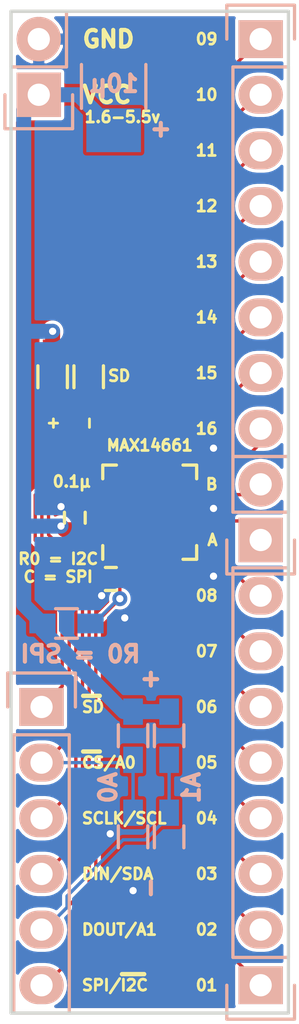
<source format=kicad_pcb>
(kicad_pcb (version 4) (host pcbnew 4.0.1-stable)

  (general
    (links 51)
    (no_connects 0)
    (area 144.9776 96.156187 169.595715 153.3474)
    (thickness 1.6)
    (drawings 49)
    (tracks 193)
    (zones 0)
    (modules 16)
    (nets 28)
  )

  (page A4)
  (layers
    (0 F.Cu signal)
    (31 B.Cu signal)
    (32 B.Adhes user)
    (33 F.Adhes user)
    (34 B.Paste user)
    (35 F.Paste user)
    (36 B.SilkS user)
    (37 F.SilkS user)
    (38 B.Mask user)
    (39 F.Mask user)
    (40 Dwgs.User user)
    (41 Cmts.User user)
    (42 Eco1.User user)
    (43 Eco2.User user)
    (44 Edge.Cuts user)
    (45 Margin user)
    (46 B.CrtYd user)
    (47 F.CrtYd user)
    (48 B.Fab user hide)
    (49 F.Fab user hide)
  )

  (setup
    (last_trace_width 0.1524)
    (trace_clearance 0.1524)
    (zone_clearance 0.1524)
    (zone_45_only no)
    (trace_min 0.1524)
    (segment_width 0.2)
    (edge_width 0.15)
    (via_size 0.6858)
    (via_drill 0.3302)
    (via_min_size 0.6858)
    (via_min_drill 0.3302)
    (uvia_size 0.3)
    (uvia_drill 0.1)
    (uvias_allowed no)
    (uvia_min_size 0.2)
    (uvia_min_drill 0.1)
    (pcb_text_width 0.3)
    (pcb_text_size 1.5 1.5)
    (mod_edge_width 0.15)
    (mod_text_size 1 1)
    (mod_text_width 0.15)
    (pad_size 1.524 1.524)
    (pad_drill 0.762)
    (pad_to_mask_clearance 0.0635)
    (solder_mask_min_width 0.1016)
    (aux_axis_origin 0 0)
    (visible_elements FFFFFF7F)
    (pcbplotparams
      (layerselection 0x010fc_80000001)
      (usegerberextensions true)
      (excludeedgelayer true)
      (linewidth 0.100000)
      (plotframeref false)
      (viasonmask false)
      (mode 1)
      (useauxorigin false)
      (hpglpennumber 1)
      (hpglpenspeed 20)
      (hpglpendiameter 15)
      (hpglpenoverlay 2)
      (psnegative false)
      (psa4output false)
      (plotreference true)
      (plotvalue true)
      (plotinvisibletext false)
      (padsonsilk false)
      (subtractmaskfromsilk false)
      (outputformat 1)
      (mirror false)
      (drillshape 0)
      (scaleselection 1)
      (outputdirectory gerber/))
  )

  (net 0 "")
  (net 1 /VCC)
  (net 2 GND)
  (net 3 "Net-(U1-Pad12)")
  (net 4 /SPI/I2C)
  (net 5 /CS/A0)
  (net 6 /SCLK/SCL)
  (net 7 /DIN/SDA)
  (net 8 /DOUT/A1)
  (net 9 /SD)
  (net 10 /AB08)
  (net 11 /AB07)
  (net 12 /AB06)
  (net 13 /AB05)
  (net 14 /AB04)
  (net 15 /AB03)
  (net 16 /AB02)
  (net 17 /AB01)
  (net 18 /AB09)
  (net 19 /AB10)
  (net 20 /AB11)
  (net 21 /AB12)
  (net 22 /AB13)
  (net 23 /AB14)
  (net 24 /AB15)
  (net 25 /AB16)
  (net 26 /COMA)
  (net 27 /COMB)

  (net_class Default "This is the default net class."
    (clearance 0.1524)
    (trace_width 0.1524)
    (via_dia 0.6858)
    (via_drill 0.3302)
    (uvia_dia 0.3)
    (uvia_drill 0.1)
    (add_net /AB01)
    (add_net /AB02)
    (add_net /AB03)
    (add_net /AB04)
    (add_net /AB05)
    (add_net /AB06)
    (add_net /AB07)
    (add_net /AB08)
    (add_net /AB09)
    (add_net /AB10)
    (add_net /AB11)
    (add_net /AB12)
    (add_net /AB13)
    (add_net /AB14)
    (add_net /AB15)
    (add_net /AB16)
    (add_net /COMA)
    (add_net /COMB)
    (add_net /CS/A0)
    (add_net /DIN/SDA)
    (add_net /DOUT/A1)
    (add_net /SCLK/SCL)
    (add_net /SD)
    (add_net /SPI/I2C)
    (add_net GND)
    (add_net "Net-(U1-Pad12)")
  )

  (net_class VCC ""
    (clearance 0.1524)
    (trace_width 0.6858)
    (via_dia 0.6858)
    (via_drill 0.3302)
    (uvia_dia 0.3)
    (uvia_drill 0.1)
    (add_net /VCC)
  )

  (module Capacitors_SMD:C_1210_HandSoldering (layer B.Cu) (tedit 56E12425) (tstamp 56E06CB1)
    (at 150.749 106.299 90)
    (descr "Capacitor SMD 1210, hand soldering")
    (tags "capacitor 1210")
    (path /56E07174)
    (attr smd)
    (fp_text reference C1 (at 0 2.7 90) (layer B.SilkS) hide
      (effects (font (size 1 1) (thickness 0.15)) (justify mirror))
    )
    (fp_text value 2.2u (at 0 -2.7 90) (layer B.Fab)
      (effects (font (size 1 1) (thickness 0.15)) (justify mirror))
    )
    (fp_line (start -3.3 1.6) (end 3.3 1.6) (layer B.CrtYd) (width 0.05))
    (fp_line (start -3.3 -1.6) (end 3.3 -1.6) (layer B.CrtYd) (width 0.05))
    (fp_line (start -3.3 1.6) (end -3.3 -1.6) (layer B.CrtYd) (width 0.05))
    (fp_line (start 3.3 1.6) (end 3.3 -1.6) (layer B.CrtYd) (width 0.05))
    (fp_line (start 1 1.475) (end -1 1.475) (layer B.SilkS) (width 0.15))
    (fp_line (start -1 -1.475) (end 1 -1.475) (layer B.SilkS) (width 0.15))
    (pad 1 smd rect (at -2 0 90) (size 2 2.5) (layers B.Cu B.Paste B.Mask)
      (net 1 /VCC))
    (pad 2 smd rect (at 2 0 90) (size 2 2.5) (layers B.Cu B.Paste B.Mask)
      (net 2 GND))
    (model Capacitors_SMD.3dshapes/C_1210_HandSoldering.wrl
      (at (xyz 0 0 0))
      (scale (xyz 1 1 1))
      (rotate (xyz 0 0 0))
    )
  )

  (module Pin_Headers:Pin_Header_Straight_1x02 (layer B.Cu) (tedit 56E06F1F) (tstamp 56E06CBD)
    (at 147.32 106.68)
    (descr "Through hole pin header")
    (tags "pin header")
    (path /56E06F2F)
    (fp_text reference P1 (at 0 5.1) (layer B.SilkS) hide
      (effects (font (size 1 1) (thickness 0.15)) (justify mirror))
    )
    (fp_text value PWR (at 0 -1.27 270) (layer B.Fab)
      (effects (font (size 1 1) (thickness 0.15)) (justify mirror))
    )
    (fp_line (start 1.27 -1.27) (end 1.27 -3.81) (layer B.SilkS) (width 0.15))
    (fp_line (start 1.55 1.55) (end 1.55 0) (layer B.SilkS) (width 0.15))
    (fp_line (start -1.75 1.75) (end -1.75 -4.3) (layer B.CrtYd) (width 0.05))
    (fp_line (start 1.75 1.75) (end 1.75 -4.3) (layer B.CrtYd) (width 0.05))
    (fp_line (start -1.75 1.75) (end 1.75 1.75) (layer B.CrtYd) (width 0.05))
    (fp_line (start -1.75 -4.3) (end 1.75 -4.3) (layer B.CrtYd) (width 0.05))
    (fp_line (start 1.27 -1.27) (end -1.27 -1.27) (layer B.SilkS) (width 0.15))
    (fp_line (start -1.55 0) (end -1.55 1.55) (layer B.SilkS) (width 0.15))
    (fp_line (start -1.55 1.55) (end 1.55 1.55) (layer B.SilkS) (width 0.15))
    (fp_line (start -1.27 -1.27) (end -1.27 -3.81) (layer B.SilkS) (width 0.15))
    (fp_line (start -1.27 -3.81) (end 1.27 -3.81) (layer B.SilkS) (width 0.15))
    (pad 1 thru_hole rect (at 0 0) (size 2.032 2.032) (drill 1.016) (layers *.Cu *.Mask B.SilkS)
      (net 1 /VCC))
    (pad 2 thru_hole oval (at 0 -2.54) (size 2.032 2.032) (drill 1.016) (layers *.Cu *.Mask B.SilkS)
      (net 2 GND))
    (model Pin_Headers.3dshapes/Pin_Header_Straight_1x02.wrl
      (at (xyz 0 -0.05 0))
      (scale (xyz 1 1 1))
      (rotate (xyz 0 0 90))
    )
  )

  (module Pin_Headers:Pin_Header_Straight_1x06 (layer B.Cu) (tedit 56E06F27) (tstamp 56E06CC7)
    (at 147.447 134.62 180)
    (descr "Through hole pin header")
    (tags "pin header")
    (path /56E06E59)
    (fp_text reference P2 (at 0 5.1 180) (layer B.SilkS) hide
      (effects (font (size 1 1) (thickness 0.15)) (justify mirror))
    )
    (fp_text value IO (at 0 -6.35 450) (layer B.Fab)
      (effects (font (size 1 1) (thickness 0.15)) (justify mirror))
    )
    (fp_line (start -1.75 1.75) (end -1.75 -14.45) (layer B.CrtYd) (width 0.05))
    (fp_line (start 1.75 1.75) (end 1.75 -14.45) (layer B.CrtYd) (width 0.05))
    (fp_line (start -1.75 1.75) (end 1.75 1.75) (layer B.CrtYd) (width 0.05))
    (fp_line (start -1.75 -14.45) (end 1.75 -14.45) (layer B.CrtYd) (width 0.05))
    (fp_line (start 1.27 -1.27) (end 1.27 -13.97) (layer B.SilkS) (width 0.15))
    (fp_line (start 1.27 -13.97) (end -1.27 -13.97) (layer B.SilkS) (width 0.15))
    (fp_line (start -1.27 -13.97) (end -1.27 -1.27) (layer B.SilkS) (width 0.15))
    (fp_line (start 1.55 1.55) (end 1.55 0) (layer B.SilkS) (width 0.15))
    (fp_line (start 1.27 -1.27) (end -1.27 -1.27) (layer B.SilkS) (width 0.15))
    (fp_line (start -1.55 0) (end -1.55 1.55) (layer B.SilkS) (width 0.15))
    (fp_line (start -1.55 1.55) (end 1.55 1.55) (layer B.SilkS) (width 0.15))
    (pad 1 thru_hole rect (at 0 0 180) (size 2.032 1.7272) (drill 1.016) (layers *.Cu *.Mask B.SilkS)
      (net 9 /SD))
    (pad 2 thru_hole oval (at 0 -2.54 180) (size 2.032 1.7272) (drill 1.016) (layers *.Cu *.Mask B.SilkS)
      (net 5 /CS/A0))
    (pad 3 thru_hole oval (at 0 -5.08 180) (size 2.032 1.7272) (drill 1.016) (layers *.Cu *.Mask B.SilkS)
      (net 6 /SCLK/SCL))
    (pad 4 thru_hole oval (at 0 -7.62 180) (size 2.032 1.7272) (drill 1.016) (layers *.Cu *.Mask B.SilkS)
      (net 7 /DIN/SDA))
    (pad 5 thru_hole oval (at 0 -10.16 180) (size 2.032 1.7272) (drill 1.016) (layers *.Cu *.Mask B.SilkS)
      (net 8 /DOUT/A1))
    (pad 6 thru_hole oval (at 0 -12.7 180) (size 2.032 1.7272) (drill 1.016) (layers *.Cu *.Mask B.SilkS)
      (net 4 /SPI/I2C))
    (model Pin_Headers.3dshapes/Pin_Header_Straight_1x06.wrl
      (at (xyz 0 -0.25 0))
      (scale (xyz 1 1 1))
      (rotate (xyz 0 0 90))
    )
  )

  (module Pin_Headers:Pin_Header_Straight_1x02 (layer B.Cu) (tedit 56E06F17) (tstamp 56E06CE1)
    (at 157.48 127)
    (descr "Through hole pin header")
    (tags "pin header")
    (path /56E06923)
    (fp_text reference P4 (at 0 5.1) (layer B.SilkS) hide
      (effects (font (size 1 1) (thickness 0.15)) (justify mirror))
    )
    (fp_text value COM (at 0 -1.27 270) (layer B.Fab)
      (effects (font (size 1 1) (thickness 0.15)) (justify mirror))
    )
    (fp_line (start 1.27 -1.27) (end 1.27 -3.81) (layer B.SilkS) (width 0.15))
    (fp_line (start 1.55 1.55) (end 1.55 0) (layer B.SilkS) (width 0.15))
    (fp_line (start -1.75 1.75) (end -1.75 -4.3) (layer B.CrtYd) (width 0.05))
    (fp_line (start 1.75 1.75) (end 1.75 -4.3) (layer B.CrtYd) (width 0.05))
    (fp_line (start -1.75 1.75) (end 1.75 1.75) (layer B.CrtYd) (width 0.05))
    (fp_line (start -1.75 -4.3) (end 1.75 -4.3) (layer B.CrtYd) (width 0.05))
    (fp_line (start 1.27 -1.27) (end -1.27 -1.27) (layer B.SilkS) (width 0.15))
    (fp_line (start -1.55 0) (end -1.55 1.55) (layer B.SilkS) (width 0.15))
    (fp_line (start -1.55 1.55) (end 1.55 1.55) (layer B.SilkS) (width 0.15))
    (fp_line (start -1.27 -1.27) (end -1.27 -3.81) (layer B.SilkS) (width 0.15))
    (fp_line (start -1.27 -3.81) (end 1.27 -3.81) (layer B.SilkS) (width 0.15))
    (pad 1 thru_hole rect (at 0 0) (size 2.032 2.032) (drill 1.016) (layers *.Cu *.Mask B.SilkS)
      (net 26 /COMA))
    (pad 2 thru_hole oval (at 0 -2.54) (size 2.032 2.032) (drill 1.016) (layers *.Cu *.Mask B.SilkS)
      (net 27 /COMB))
    (model Pin_Headers.3dshapes/Pin_Header_Straight_1x02.wrl
      (at (xyz 0 -0.05 0))
      (scale (xyz 1 1 1))
      (rotate (xyz 0 0 90))
    )
  )

  (module Resistors_SMD:R_0603_HandSoldering (layer F.Cu) (tedit 56E1241C) (tstamp 56E06CE7)
    (at 147.955 119.55 270)
    (descr "Resistor SMD 0603, hand soldering")
    (tags "resistor 0603")
    (path /56E06CD9)
    (attr smd)
    (fp_text reference R1 (at 0 -1.9 270) (layer F.SilkS) hide
      (effects (font (size 1 1) (thickness 0.15)))
    )
    (fp_text value R (at 0 1.9 270) (layer F.Fab)
      (effects (font (size 1 1) (thickness 0.15)))
    )
    (fp_line (start -2 -0.8) (end 2 -0.8) (layer F.CrtYd) (width 0.05))
    (fp_line (start -2 0.8) (end 2 0.8) (layer F.CrtYd) (width 0.05))
    (fp_line (start -2 -0.8) (end -2 0.8) (layer F.CrtYd) (width 0.05))
    (fp_line (start 2 -0.8) (end 2 0.8) (layer F.CrtYd) (width 0.05))
    (fp_line (start 0.5 0.675) (end -0.5 0.675) (layer F.SilkS) (width 0.15))
    (fp_line (start -0.5 -0.675) (end 0.5 -0.675) (layer F.SilkS) (width 0.15))
    (pad 1 smd rect (at -1.1 0 270) (size 1.2 0.9) (layers F.Cu F.Paste F.Mask)
      (net 1 /VCC))
    (pad 2 smd rect (at 1.1 0 270) (size 1.2 0.9) (layers F.Cu F.Paste F.Mask)
      (net 9 /SD))
    (model Resistors_SMD.3dshapes/R_0603_HandSoldering.wrl
      (at (xyz 0 0 0))
      (scale (xyz 1 1 1))
      (rotate (xyz 0 0 0))
    )
  )

  (module Resistors_SMD:R_0603_HandSoldering (layer F.Cu) (tedit 56E12419) (tstamp 56E06CED)
    (at 149.606 119.55 90)
    (descr "Resistor SMD 0603, hand soldering")
    (tags "resistor 0603")
    (path /56E06CAE)
    (attr smd)
    (fp_text reference R2 (at 0 -1.9 90) (layer F.SilkS) hide
      (effects (font (size 1 1) (thickness 0.15)))
    )
    (fp_text value R (at 0 1.9 90) (layer F.Fab)
      (effects (font (size 1 1) (thickness 0.15)))
    )
    (fp_line (start -2 -0.8) (end 2 -0.8) (layer F.CrtYd) (width 0.05))
    (fp_line (start -2 0.8) (end 2 0.8) (layer F.CrtYd) (width 0.05))
    (fp_line (start -2 -0.8) (end -2 0.8) (layer F.CrtYd) (width 0.05))
    (fp_line (start 2 -0.8) (end 2 0.8) (layer F.CrtYd) (width 0.05))
    (fp_line (start 0.5 0.675) (end -0.5 0.675) (layer F.SilkS) (width 0.15))
    (fp_line (start -0.5 -0.675) (end 0.5 -0.675) (layer F.SilkS) (width 0.15))
    (pad 1 smd rect (at -1.1 0 90) (size 1.2 0.9) (layers F.Cu F.Paste F.Mask)
      (net 9 /SD))
    (pad 2 smd rect (at 1.1 0 90) (size 1.2 0.9) (layers F.Cu F.Paste F.Mask)
      (net 2 GND))
    (model Resistors_SMD.3dshapes/R_0603_HandSoldering.wrl
      (at (xyz 0 0 0))
      (scale (xyz 1 1 1))
      (rotate (xyz 0 0 0))
    )
  )

  (module Resistors_SMD:R_0603_HandSoldering (layer B.Cu) (tedit 56E126CA) (tstamp 56E06CF3)
    (at 148.59 130.81)
    (descr "Resistor SMD 0603, hand soldering")
    (tags "resistor 0603")
    (path /56E069F1)
    (attr smd)
    (fp_text reference R3 (at 0 1.9) (layer B.SilkS) hide
      (effects (font (size 1 1) (thickness 0.15)) (justify mirror))
    )
    (fp_text value R (at 0 -1.9) (layer B.Fab)
      (effects (font (size 1 1) (thickness 0.15)) (justify mirror))
    )
    (fp_line (start -2 0.8) (end 2 0.8) (layer B.CrtYd) (width 0.05))
    (fp_line (start -2 -0.8) (end 2 -0.8) (layer B.CrtYd) (width 0.05))
    (fp_line (start -2 0.8) (end -2 -0.8) (layer B.CrtYd) (width 0.05))
    (fp_line (start 2 0.8) (end 2 -0.8) (layer B.CrtYd) (width 0.05))
    (fp_line (start 0.5 -0.675) (end -0.5 -0.675) (layer B.SilkS) (width 0.15))
    (fp_line (start -0.5 0.675) (end 0.5 0.675) (layer B.SilkS) (width 0.15))
    (pad 1 smd rect (at -1.1 0) (size 1.2 0.9) (layers B.Cu B.Paste B.Mask)
      (net 1 /VCC))
    (pad 2 smd rect (at 1.1 0) (size 1.2 0.9) (layers B.Cu B.Paste B.Mask)
      (net 4 /SPI/I2C))
    (model Resistors_SMD.3dshapes/R_0603_HandSoldering.wrl
      (at (xyz 0 0 0))
      (scale (xyz 1 1 1))
      (rotate (xyz 0 0 0))
    )
  )

  (module project:Maxim_90-0035 locked (layer F.Cu) (tedit 56E12413) (tstamp 56E06D1D)
    (at 152.4 125.73 90)
    (descr "28-Lead Plastic Quad Flat, No Lead Package (MK) - 4x4x0.9 mm Body [QFN]; (see Microchip Packaging Specification 00000049BS.pdf)")
    (tags "QFN 0.4")
    (path /56E067FC)
    (attr smd)
    (fp_text reference U1 (at 0 2.794 90) (layer F.SilkS) hide
      (effects (font (size 0.508 0.508) (thickness 0.0762)))
    )
    (fp_text value MAX14661 (at 0.035 0 180) (layer F.Fab)
      (effects (font (size 0.508 0.508) (thickness 0.0762)))
    )
    (fp_line (start -2.6 -2.6) (end -2.6 2.6) (layer F.CrtYd) (width 0.05))
    (fp_line (start 2.6 -2.6) (end 2.6 2.6) (layer F.CrtYd) (width 0.05))
    (fp_line (start -2.6 -2.6) (end 2.6 -2.6) (layer F.CrtYd) (width 0.05))
    (fp_line (start -2.6 2.6) (end 2.6 2.6) (layer F.CrtYd) (width 0.05))
    (fp_line (start 2.15 -2.15) (end 2.15 -1.525) (layer F.SilkS) (width 0.15))
    (fp_line (start -2.15 2.15) (end -2.15 1.525) (layer F.SilkS) (width 0.15))
    (fp_line (start 2.15 2.15) (end 2.15 1.525) (layer F.SilkS) (width 0.15))
    (fp_line (start -2.15 -2.15) (end -1.525 -2.15) (layer F.SilkS) (width 0.15))
    (fp_line (start -2.15 2.15) (end -1.525 2.15) (layer F.SilkS) (width 0.15))
    (fp_line (start 2.15 2.15) (end 1.525 2.15) (layer F.SilkS) (width 0.15))
    (fp_line (start 2.15 -2.15) (end 1.525 -2.15) (layer F.SilkS) (width 0.15))
    (pad 1 smd rect (at -2 -1.2 90) (size 0.8 0.2) (layers F.Cu F.Paste F.Mask)
      (net 4 /SPI/I2C))
    (pad 2 smd rect (at -2 -0.8 90) (size 0.8 0.2) (layers F.Cu F.Paste F.Mask)
      (net 17 /AB01))
    (pad 3 smd rect (at -2 -0.4 90) (size 0.8 0.2) (layers F.Cu F.Paste F.Mask)
      (net 16 /AB02))
    (pad 4 smd rect (at -2 0 90) (size 0.8 0.2) (layers F.Cu F.Paste F.Mask)
      (net 15 /AB03))
    (pad 5 smd rect (at -2 0.4 90) (size 0.8 0.2) (layers F.Cu F.Paste F.Mask)
      (net 14 /AB04))
    (pad 6 smd rect (at -2 0.8 90) (size 0.8 0.2) (layers F.Cu F.Paste F.Mask)
      (net 13 /AB05))
    (pad 7 smd rect (at -2 1.2 90) (size 0.8 0.2) (layers F.Cu F.Paste F.Mask)
      (net 12 /AB06))
    (pad 8 smd rect (at -1.2 2 180) (size 0.8 0.2) (layers F.Cu F.Paste F.Mask)
      (net 11 /AB07))
    (pad 9 smd rect (at -0.8 2 180) (size 0.8 0.2) (layers F.Cu F.Paste F.Mask)
      (net 10 /AB08))
    (pad 10 smd rect (at -0.4 2 180) (size 0.8 0.2) (layers F.Cu F.Paste F.Mask)
      (net 26 /COMA))
    (pad 11 smd rect (at 0 2 180) (size 0.8 0.2) (layers F.Cu F.Paste F.Mask)
      (net 2 GND))
    (pad 12 smd rect (at 0.4 2 180) (size 0.8 0.2) (layers F.Cu F.Paste F.Mask)
      (net 3 "Net-(U1-Pad12)"))
    (pad 13 smd rect (at 0.8 2 180) (size 0.8 0.2) (layers F.Cu F.Paste F.Mask)
      (net 27 /COMB))
    (pad 14 smd rect (at 1.2 2 180) (size 0.8 0.2) (layers F.Cu F.Paste F.Mask)
      (net 25 /AB16))
    (pad 15 smd rect (at 2 1.2 90) (size 0.8 0.2) (layers F.Cu F.Paste F.Mask)
      (net 24 /AB15))
    (pad 16 smd rect (at 2 0.8 90) (size 0.8 0.2) (layers F.Cu F.Paste F.Mask)
      (net 23 /AB14))
    (pad 17 smd rect (at 2 0.4 90) (size 0.8 0.2) (layers F.Cu F.Paste F.Mask)
      (net 22 /AB13))
    (pad 18 smd rect (at 2 0 90) (size 0.8 0.2) (layers F.Cu F.Paste F.Mask)
      (net 21 /AB12))
    (pad 19 smd rect (at 2 -0.4 90) (size 0.8 0.2) (layers F.Cu F.Paste F.Mask)
      (net 20 /AB11))
    (pad 20 smd rect (at 2 -0.8 90) (size 0.8 0.2) (layers F.Cu F.Paste F.Mask)
      (net 19 /AB10))
    (pad 21 smd rect (at 2 -1.2 90) (size 0.8 0.2) (layers F.Cu F.Paste F.Mask)
      (net 18 /AB09))
    (pad 22 smd rect (at 1.2 -2 180) (size 0.8 0.2) (layers F.Cu F.Paste F.Mask)
      (net 9 /SD))
    (pad 23 smd rect (at 0.8 -2 180) (size 0.8 0.2) (layers F.Cu F.Paste F.Mask)
      (net 5 /CS/A0))
    (pad 24 smd rect (at 0.4 -2 180) (size 0.8 0.2) (layers F.Cu F.Paste F.Mask)
      (net 6 /SCLK/SCL))
    (pad 25 smd rect (at 0 -2 180) (size 0.8 0.2) (layers F.Cu F.Paste F.Mask)
      (net 2 GND))
    (pad 26 smd rect (at -0.4 -2 180) (size 0.8 0.2) (layers F.Cu F.Paste F.Mask)
      (net 1 /VCC))
    (pad 27 smd rect (at -0.8 -2 180) (size 0.8 0.2) (layers F.Cu F.Paste F.Mask)
      (net 7 /DIN/SDA))
    (pad 28 smd rect (at -1.2 -2 180) (size 0.8 0.2) (layers F.Cu F.Paste F.Mask)
      (net 8 /DOUT/A1))
    (pad 29 smd rect (at 0.6 0.6 90) (size 1.5 1.5) (layers F.Cu F.Paste F.Mask)
      (net 2 GND) (solder_paste_margin_ratio -0.2))
    (pad 29 smd rect (at 0.6 -0.6 90) (size 1.5 1.5) (layers F.Cu F.Paste F.Mask)
      (net 2 GND) (solder_paste_margin_ratio -0.2))
    (pad 29 smd rect (at -0.6 0.6 90) (size 1.5 1.5) (layers F.Cu F.Paste F.Mask)
      (net 2 GND) (solder_paste_margin_ratio -0.2))
    (pad 29 smd rect (at -0.6 -0.6 90) (size 1.5 1.5) (layers F.Cu F.Paste F.Mask)
      (net 2 GND) (solder_paste_margin_ratio -0.2))
    (model Housings_DFN_QFN.3dshapes/QFN-28-1EP_4x4mm_Pitch0.4mm.wrl
      (at (xyz 0 0 0))
      (scale (xyz 1 1 1))
      (rotate (xyz 0 0 0))
    )
  )

  (module Capacitors_SMD:C_0402 (layer F.Cu) (tedit 56E12403) (tstamp 56E070DE)
    (at 148.971 125.984 90)
    (descr "Capacitor SMD 0402, reflow soldering, AVX (see smccp.pdf)")
    (tags "capacitor 0402")
    (path /56E06AAC)
    (attr smd)
    (fp_text reference C2 (at 0 -1.7 90) (layer F.SilkS) hide
      (effects (font (size 1 1) (thickness 0.15)))
    )
    (fp_text value 0.1u (at 0 1.7 90) (layer F.Fab)
      (effects (font (size 1 1) (thickness 0.15)))
    )
    (fp_line (start -1.15 -0.6) (end 1.15 -0.6) (layer F.CrtYd) (width 0.05))
    (fp_line (start -1.15 0.6) (end 1.15 0.6) (layer F.CrtYd) (width 0.05))
    (fp_line (start -1.15 -0.6) (end -1.15 0.6) (layer F.CrtYd) (width 0.05))
    (fp_line (start 1.15 -0.6) (end 1.15 0.6) (layer F.CrtYd) (width 0.05))
    (fp_line (start 0.25 -0.475) (end -0.25 -0.475) (layer F.SilkS) (width 0.15))
    (fp_line (start -0.25 0.475) (end 0.25 0.475) (layer F.SilkS) (width 0.15))
    (pad 1 smd rect (at -0.55 0 90) (size 0.6 0.5) (layers F.Cu F.Paste F.Mask)
      (net 1 /VCC))
    (pad 2 smd rect (at 0.55 0 90) (size 0.6 0.5) (layers F.Cu F.Paste F.Mask)
      (net 2 GND))
    (model Capacitors_SMD.3dshapes/C_0402.wrl
      (at (xyz 0 0 0))
      (scale (xyz 1 1 1))
      (rotate (xyz 0 0 0))
    )
  )

  (module Resistors_SMD:R_0402 (layer F.Cu) (tedit 56E12408) (tstamp 56E070E3)
    (at 150.622 128.778 180)
    (descr "Resistor SMD 0402, reflow soldering, Vishay (see dcrcw.pdf)")
    (tags "resistor 0402")
    (path /56E069C6)
    (attr smd)
    (fp_text reference R4 (at 0 -1.8 180) (layer F.SilkS) hide
      (effects (font (size 1 1) (thickness 0.15)))
    )
    (fp_text value R (at 0 1.8 180) (layer F.Fab)
      (effects (font (size 1 1) (thickness 0.15)))
    )
    (fp_line (start -0.95 -0.65) (end 0.95 -0.65) (layer F.CrtYd) (width 0.05))
    (fp_line (start -0.95 0.65) (end 0.95 0.65) (layer F.CrtYd) (width 0.05))
    (fp_line (start -0.95 -0.65) (end -0.95 0.65) (layer F.CrtYd) (width 0.05))
    (fp_line (start 0.95 -0.65) (end 0.95 0.65) (layer F.CrtYd) (width 0.05))
    (fp_line (start 0.25 -0.525) (end -0.25 -0.525) (layer F.SilkS) (width 0.15))
    (fp_line (start -0.25 0.525) (end 0.25 0.525) (layer F.SilkS) (width 0.15))
    (pad 1 smd rect (at -0.45 0 180) (size 0.4 0.6) (layers F.Cu F.Paste F.Mask)
      (net 4 /SPI/I2C))
    (pad 2 smd rect (at 0.45 0 180) (size 0.4 0.6) (layers F.Cu F.Paste F.Mask)
      (net 2 GND))
    (model Resistors_SMD.3dshapes/R_0402.wrl
      (at (xyz 0 0 0))
      (scale (xyz 1 1 1))
      (rotate (xyz 0 0 0))
    )
  )

  (module Resistors_SMD:R_0603_HandSoldering (layer B.Cu) (tedit 56E126C5) (tstamp 56E07204)
    (at 151.638 135.933 270)
    (descr "Resistor SMD 0603, hand soldering")
    (tags "resistor 0603")
    (path /56E09652)
    (attr smd)
    (fp_text reference R5 (at 0 1.9 270) (layer B.SilkS) hide
      (effects (font (size 1 1) (thickness 0.15)) (justify mirror))
    )
    (fp_text value R (at 0 -1.9 270) (layer B.Fab)
      (effects (font (size 1 1) (thickness 0.15)) (justify mirror))
    )
    (fp_line (start -2 0.8) (end 2 0.8) (layer B.CrtYd) (width 0.05))
    (fp_line (start -2 -0.8) (end 2 -0.8) (layer B.CrtYd) (width 0.05))
    (fp_line (start -2 0.8) (end -2 -0.8) (layer B.CrtYd) (width 0.05))
    (fp_line (start 2 0.8) (end 2 -0.8) (layer B.CrtYd) (width 0.05))
    (fp_line (start 0.5 -0.675) (end -0.5 -0.675) (layer B.SilkS) (width 0.15))
    (fp_line (start -0.5 0.675) (end 0.5 0.675) (layer B.SilkS) (width 0.15))
    (pad 1 smd rect (at -1.1 0 270) (size 1.2 0.9) (layers B.Cu B.Paste B.Mask)
      (net 1 /VCC))
    (pad 2 smd rect (at 1.1 0 270) (size 1.2 0.9) (layers B.Cu B.Paste B.Mask)
      (net 5 /CS/A0))
    (model Resistors_SMD.3dshapes/R_0603_HandSoldering.wrl
      (at (xyz 0 0 0))
      (scale (xyz 1 1 1))
      (rotate (xyz 0 0 0))
    )
  )

  (module Resistors_SMD:R_0603_HandSoldering (layer B.Cu) (tedit 56E126D0) (tstamp 56E0720A)
    (at 153.289 135.933 270)
    (descr "Resistor SMD 0603, hand soldering")
    (tags "resistor 0603")
    (path /56E09751)
    (attr smd)
    (fp_text reference R6 (at 0 1.9 270) (layer B.SilkS) hide
      (effects (font (size 1 1) (thickness 0.15)) (justify mirror))
    )
    (fp_text value R (at 0 -1.9 270) (layer B.Fab)
      (effects (font (size 1 1) (thickness 0.15)) (justify mirror))
    )
    (fp_line (start -2 0.8) (end 2 0.8) (layer B.CrtYd) (width 0.05))
    (fp_line (start -2 -0.8) (end 2 -0.8) (layer B.CrtYd) (width 0.05))
    (fp_line (start -2 0.8) (end -2 -0.8) (layer B.CrtYd) (width 0.05))
    (fp_line (start 2 0.8) (end 2 -0.8) (layer B.CrtYd) (width 0.05))
    (fp_line (start 0.5 -0.675) (end -0.5 -0.675) (layer B.SilkS) (width 0.15))
    (fp_line (start -0.5 0.675) (end 0.5 0.675) (layer B.SilkS) (width 0.15))
    (pad 1 smd rect (at -1.1 0 270) (size 1.2 0.9) (layers B.Cu B.Paste B.Mask)
      (net 1 /VCC))
    (pad 2 smd rect (at 1.1 0 270) (size 1.2 0.9) (layers B.Cu B.Paste B.Mask)
      (net 8 /DOUT/A1))
    (model Resistors_SMD.3dshapes/R_0603_HandSoldering.wrl
      (at (xyz 0 0 0))
      (scale (xyz 1 1 1))
      (rotate (xyz 0 0 0))
    )
  )

  (module Resistors_SMD:R_0603_HandSoldering (layer B.Cu) (tedit 56E126C8) (tstamp 56E07210)
    (at 151.638 140.546 270)
    (descr "Resistor SMD 0603, hand soldering")
    (tags "resistor 0603")
    (path /56E096A6)
    (attr smd)
    (fp_text reference R7 (at 0 1.9 270) (layer B.SilkS) hide
      (effects (font (size 1 1) (thickness 0.15)) (justify mirror))
    )
    (fp_text value R (at 0 -1.9 270) (layer B.Fab)
      (effects (font (size 1 1) (thickness 0.15)) (justify mirror))
    )
    (fp_line (start -2 0.8) (end 2 0.8) (layer B.CrtYd) (width 0.05))
    (fp_line (start -2 -0.8) (end 2 -0.8) (layer B.CrtYd) (width 0.05))
    (fp_line (start -2 0.8) (end -2 -0.8) (layer B.CrtYd) (width 0.05))
    (fp_line (start 2 0.8) (end 2 -0.8) (layer B.CrtYd) (width 0.05))
    (fp_line (start 0.5 -0.675) (end -0.5 -0.675) (layer B.SilkS) (width 0.15))
    (fp_line (start -0.5 0.675) (end 0.5 0.675) (layer B.SilkS) (width 0.15))
    (pad 1 smd rect (at -1.1 0 270) (size 1.2 0.9) (layers B.Cu B.Paste B.Mask)
      (net 5 /CS/A0))
    (pad 2 smd rect (at 1.1 0 270) (size 1.2 0.9) (layers B.Cu B.Paste B.Mask)
      (net 2 GND))
    (model Resistors_SMD.3dshapes/R_0603_HandSoldering.wrl
      (at (xyz 0 0 0))
      (scale (xyz 1 1 1))
      (rotate (xyz 0 0 0))
    )
  )

  (module Resistors_SMD:R_0603_HandSoldering (layer B.Cu) (tedit 56E126CD) (tstamp 56E07216)
    (at 153.289 140.546 270)
    (descr "Resistor SMD 0603, hand soldering")
    (tags "resistor 0603")
    (path /56E09757)
    (attr smd)
    (fp_text reference R8 (at 0 1.9 270) (layer B.SilkS) hide
      (effects (font (size 1 1) (thickness 0.15)) (justify mirror))
    )
    (fp_text value R (at 0 -1.9 270) (layer B.Fab)
      (effects (font (size 1 1) (thickness 0.15)) (justify mirror))
    )
    (fp_line (start -2 0.8) (end 2 0.8) (layer B.CrtYd) (width 0.05))
    (fp_line (start -2 -0.8) (end 2 -0.8) (layer B.CrtYd) (width 0.05))
    (fp_line (start -2 0.8) (end -2 -0.8) (layer B.CrtYd) (width 0.05))
    (fp_line (start 2 0.8) (end 2 -0.8) (layer B.CrtYd) (width 0.05))
    (fp_line (start 0.5 -0.675) (end -0.5 -0.675) (layer B.SilkS) (width 0.15))
    (fp_line (start -0.5 0.675) (end 0.5 0.675) (layer B.SilkS) (width 0.15))
    (pad 1 smd rect (at -1.1 0 270) (size 1.2 0.9) (layers B.Cu B.Paste B.Mask)
      (net 8 /DOUT/A1))
    (pad 2 smd rect (at 1.1 0 270) (size 1.2 0.9) (layers B.Cu B.Paste B.Mask)
      (net 2 GND))
    (model Resistors_SMD.3dshapes/R_0603_HandSoldering.wrl
      (at (xyz 0 0 0))
      (scale (xyz 1 1 1))
      (rotate (xyz 0 0 0))
    )
  )

  (module Pin_Headers:Pin_Header_Straight_1x08 (layer B.Cu) (tedit 56E126B1) (tstamp 56E118E6)
    (at 157.48 147.32)
    (descr "Through hole pin header")
    (tags "pin header")
    (path /56E11B94)
    (fp_text reference P3 (at 0 5.1) (layer B.SilkS) hide
      (effects (font (size 1 1) (thickness 0.15)) (justify mirror))
    )
    (fp_text value AB01-08 (at 0 3.1) (layer B.Fab)
      (effects (font (size 1 1) (thickness 0.15)) (justify mirror))
    )
    (fp_line (start -1.75 1.75) (end -1.75 -19.55) (layer B.CrtYd) (width 0.05))
    (fp_line (start 1.75 1.75) (end 1.75 -19.55) (layer B.CrtYd) (width 0.05))
    (fp_line (start -1.75 1.75) (end 1.75 1.75) (layer B.CrtYd) (width 0.05))
    (fp_line (start -1.75 -19.55) (end 1.75 -19.55) (layer B.CrtYd) (width 0.05))
    (fp_line (start 1.27 -1.27) (end 1.27 -19.05) (layer B.SilkS) (width 0.15))
    (fp_line (start 1.27 -19.05) (end -1.27 -19.05) (layer B.SilkS) (width 0.15))
    (fp_line (start -1.27 -19.05) (end -1.27 -1.27) (layer B.SilkS) (width 0.15))
    (fp_line (start 1.55 1.55) (end 1.55 0) (layer B.SilkS) (width 0.15))
    (fp_line (start 1.27 -1.27) (end -1.27 -1.27) (layer B.SilkS) (width 0.15))
    (fp_line (start -1.55 0) (end -1.55 1.55) (layer B.SilkS) (width 0.15))
    (fp_line (start -1.55 1.55) (end 1.55 1.55) (layer B.SilkS) (width 0.15))
    (pad 1 thru_hole rect (at 0 0) (size 2.032 1.7272) (drill 1.016) (layers *.Cu *.Mask B.SilkS)
      (net 17 /AB01))
    (pad 2 thru_hole oval (at 0 -2.54) (size 2.032 1.7272) (drill 1.016) (layers *.Cu *.Mask B.SilkS)
      (net 16 /AB02))
    (pad 3 thru_hole oval (at 0 -5.08) (size 2.032 1.7272) (drill 1.016) (layers *.Cu *.Mask B.SilkS)
      (net 15 /AB03))
    (pad 4 thru_hole oval (at 0 -7.62) (size 2.032 1.7272) (drill 1.016) (layers *.Cu *.Mask B.SilkS)
      (net 14 /AB04))
    (pad 5 thru_hole oval (at 0 -10.16) (size 2.032 1.7272) (drill 1.016) (layers *.Cu *.Mask B.SilkS)
      (net 13 /AB05))
    (pad 6 thru_hole oval (at 0 -12.7) (size 2.032 1.7272) (drill 1.016) (layers *.Cu *.Mask B.SilkS)
      (net 12 /AB06))
    (pad 7 thru_hole oval (at 0 -15.24) (size 2.032 1.7272) (drill 1.016) (layers *.Cu *.Mask B.SilkS)
      (net 11 /AB07))
    (pad 8 thru_hole oval (at 0 -17.78) (size 2.032 1.7272) (drill 1.016) (layers *.Cu *.Mask B.SilkS)
      (net 10 /AB08))
    (model Pin_Headers.3dshapes/Pin_Header_Straight_1x08.wrl
      (at (xyz 0 -0.35 0))
      (scale (xyz 1 1 1))
      (rotate (xyz 0 0 90))
    )
  )

  (module Pin_Headers:Pin_Header_Straight_1x08 (layer B.Cu) (tedit 56E126AE) (tstamp 56E118FC)
    (at 157.48 104.14 180)
    (descr "Through hole pin header")
    (tags "pin header")
    (path /56E11D12)
    (fp_text reference P5 (at 0 5.1 180) (layer B.SilkS) hide
      (effects (font (size 1 1) (thickness 0.15)) (justify mirror))
    )
    (fp_text value AB09-16 (at 0 3.1 180) (layer B.Fab)
      (effects (font (size 1 1) (thickness 0.15)) (justify mirror))
    )
    (fp_line (start -1.75 1.75) (end -1.75 -19.55) (layer B.CrtYd) (width 0.05))
    (fp_line (start 1.75 1.75) (end 1.75 -19.55) (layer B.CrtYd) (width 0.05))
    (fp_line (start -1.75 1.75) (end 1.75 1.75) (layer B.CrtYd) (width 0.05))
    (fp_line (start -1.75 -19.55) (end 1.75 -19.55) (layer B.CrtYd) (width 0.05))
    (fp_line (start 1.27 -1.27) (end 1.27 -19.05) (layer B.SilkS) (width 0.15))
    (fp_line (start 1.27 -19.05) (end -1.27 -19.05) (layer B.SilkS) (width 0.15))
    (fp_line (start -1.27 -19.05) (end -1.27 -1.27) (layer B.SilkS) (width 0.15))
    (fp_line (start 1.55 1.55) (end 1.55 0) (layer B.SilkS) (width 0.15))
    (fp_line (start 1.27 -1.27) (end -1.27 -1.27) (layer B.SilkS) (width 0.15))
    (fp_line (start -1.55 0) (end -1.55 1.55) (layer B.SilkS) (width 0.15))
    (fp_line (start -1.55 1.55) (end 1.55 1.55) (layer B.SilkS) (width 0.15))
    (pad 1 thru_hole rect (at 0 0 180) (size 2.032 1.7272) (drill 1.016) (layers *.Cu *.Mask B.SilkS)
      (net 18 /AB09))
    (pad 2 thru_hole oval (at 0 -2.54 180) (size 2.032 1.7272) (drill 1.016) (layers *.Cu *.Mask B.SilkS)
      (net 19 /AB10))
    (pad 3 thru_hole oval (at 0 -5.08 180) (size 2.032 1.7272) (drill 1.016) (layers *.Cu *.Mask B.SilkS)
      (net 20 /AB11))
    (pad 4 thru_hole oval (at 0 -7.62 180) (size 2.032 1.7272) (drill 1.016) (layers *.Cu *.Mask B.SilkS)
      (net 21 /AB12))
    (pad 5 thru_hole oval (at 0 -10.16 180) (size 2.032 1.7272) (drill 1.016) (layers *.Cu *.Mask B.SilkS)
      (net 22 /AB13))
    (pad 6 thru_hole oval (at 0 -12.7 180) (size 2.032 1.7272) (drill 1.016) (layers *.Cu *.Mask B.SilkS)
      (net 23 /AB14))
    (pad 7 thru_hole oval (at 0 -15.24 180) (size 2.032 1.7272) (drill 1.016) (layers *.Cu *.Mask B.SilkS)
      (net 24 /AB15))
    (pad 8 thru_hole oval (at 0 -17.78 180) (size 2.032 1.7272) (drill 1.016) (layers *.Cu *.Mask B.SilkS)
      (net 25 /AB16))
    (model Pin_Headers.3dshapes/Pin_Header_Straight_1x08.wrl
      (at (xyz 0 -0.35 0))
      (scale (xyz 1 1 1))
      (rotate (xyz 0 0 90))
    )
  )

  (gr_text + (at 152.908 108.204) (layer B.SilkS) (tstamp 56E128ED)
    (effects (font (size 0.762 0.762) (thickness 0.1905)) (justify mirror))
  )
  (gr_text 10µ (at 150.749 106.172) (layer B.SilkS) (tstamp 56E128BD)
    (effects (font (size 0.762 0.762) (thickness 0.1905)) (justify mirror))
  )
  (gr_text 0.1µ (at 148.844 124.333) (layer F.SilkS) (tstamp 56E128A0)
    (effects (font (size 0.508 0.508) (thickness 0.127)))
  )
  (gr_text MAX14661 (at 152.4 122.682) (layer F.SilkS) (tstamp 56E12865)
    (effects (font (size 0.508 0.508) (thickness 0.127)))
  )
  (gr_text "R0 = SPI" (at 149.225 132.207 360) (layer B.SilkS) (tstamp 56E1283A)
    (effects (font (size 0.762 0.762) (thickness 0.1905)) (justify mirror))
  )
  (gr_text "R0 = I2C\nC = SPI" (at 148.209 128.27) (layer F.SilkS) (tstamp 56E12812)
    (effects (font (size 0.508 0.508) (thickness 0.127)))
  )
  (gr_text + (at 147.955 121.666 90) (layer F.SilkS) (tstamp 56E1277D)
    (effects (font (size 0.508 0.508) (thickness 0.127)))
  )
  (gr_text - (at 149.606 121.666 90) (layer F.SilkS) (tstamp 56E12778)
    (effects (font (size 0.508 0.508) (thickness 0.127)))
  )
  (gr_text SD (at 151.003 119.507 360) (layer F.SilkS) (tstamp 56E12755)
    (effects (font (size 0.508 0.508) (thickness 0.127)))
  )
  (gr_text - (at 152.4 142.875 90) (layer B.SilkS) (tstamp 56E12725)
    (effects (font (size 0.762 0.762) (thickness 0.1905)) (justify mirror))
  )
  (gr_text + (at 152.4 133.35 90) (layer B.SilkS) (tstamp 56E12722)
    (effects (font (size 0.762 0.762) (thickness 0.1905)) (justify mirror))
  )
  (gr_text A0 (at 150.495 138.303 90) (layer B.SilkS) (tstamp 56E12718)
    (effects (font (size 0.762 0.762) (thickness 0.1905)) (justify mirror))
  )
  (gr_text A1 (at 154.305 138.303 90) (layer B.SilkS)
    (effects (font (size 0.762 0.762) (thickness 0.1905)) (justify mirror))
  )
  (gr_line (start 149.352 134.112) (end 150.114 134.112) (layer F.SilkS) (width 0.2))
  (gr_text SD (at 149.225 134.62) (layer F.SilkS) (tstamp 56E1266F)
    (effects (font (size 0.508 0.508) (thickness 0.127)) (justify left))
  )
  (gr_line (start 149.352 136.652) (end 150.114 136.652) (layer F.SilkS) (width 0.2))
  (gr_text CS/A0 (at 149.225 137.16) (layer F.SilkS) (tstamp 56E1265B)
    (effects (font (size 0.508 0.508) (thickness 0.127)) (justify left))
  )
  (gr_text SCLK/SCL (at 149.225 139.7) (layer F.SilkS) (tstamp 56E12642)
    (effects (font (size 0.508 0.508) (thickness 0.127)) (justify left))
  )
  (gr_text DIN/SDA (at 149.225 142.24) (layer F.SilkS) (tstamp 56E12630)
    (effects (font (size 0.508 0.508) (thickness 0.127)) (justify left))
  )
  (gr_text DOUT/A1 (at 149.225 144.78) (layer F.SilkS) (tstamp 56E1261A)
    (effects (font (size 0.508 0.508) (thickness 0.127)) (justify left))
  )
  (gr_line (start 152.146 146.812) (end 151.13 146.812) (layer F.SilkS) (width 0.2))
  (gr_text SPI/I2C (at 149.225 147.32) (layer F.SilkS) (tstamp 56E125EA)
    (effects (font (size 0.508 0.508) (thickness 0.127)) (justify left))
  )
  (gr_text 01 (at 155.575 147.32) (layer F.SilkS) (tstamp 56E125B0)
    (effects (font (size 0.508 0.508) (thickness 0.127)) (justify right))
  )
  (gr_text 02 (at 155.575 144.78) (layer F.SilkS) (tstamp 56E125AF)
    (effects (font (size 0.508 0.508) (thickness 0.127)) (justify right))
  )
  (gr_text 03 (at 155.575 142.24) (layer F.SilkS) (tstamp 56E125AE)
    (effects (font (size 0.508 0.508) (thickness 0.127)) (justify right))
  )
  (gr_text 04 (at 155.575 139.7) (layer F.SilkS) (tstamp 56E125AD)
    (effects (font (size 0.508 0.508) (thickness 0.127)) (justify right))
  )
  (gr_text 05 (at 155.575 137.16) (layer F.SilkS) (tstamp 56E125AC)
    (effects (font (size 0.508 0.508) (thickness 0.127)) (justify right))
  )
  (gr_text 06 (at 155.575 134.62) (layer F.SilkS) (tstamp 56E125AB)
    (effects (font (size 0.508 0.508) (thickness 0.127)) (justify right))
  )
  (gr_text 07 (at 155.575 132.08) (layer F.SilkS) (tstamp 56E125AA)
    (effects (font (size 0.508 0.508) (thickness 0.127)) (justify right))
  )
  (gr_text 08 (at 155.575 129.54) (layer F.SilkS) (tstamp 56E125A1)
    (effects (font (size 0.508 0.508) (thickness 0.127)) (justify right))
  )
  (gr_text A (at 155.575 127) (layer F.SilkS) (tstamp 56E1259A)
    (effects (font (size 0.508 0.508) (thickness 0.127)) (justify right))
  )
  (gr_text B (at 155.575 124.46) (layer F.SilkS) (tstamp 56E12593)
    (effects (font (size 0.508 0.508) (thickness 0.127)) (justify right))
  )
  (gr_text 16 (at 155.575 121.92) (layer F.SilkS) (tstamp 56E12577)
    (effects (font (size 0.508 0.508) (thickness 0.127)) (justify right))
  )
  (gr_text 15 (at 155.575 119.38) (layer F.SilkS) (tstamp 56E12576)
    (effects (font (size 0.508 0.508) (thickness 0.127)) (justify right))
  )
  (gr_text 14 (at 155.575 116.84) (layer F.SilkS) (tstamp 56E12575)
    (effects (font (size 0.508 0.508) (thickness 0.127)) (justify right))
  )
  (gr_text 13 (at 155.575 114.3) (layer F.SilkS) (tstamp 56E12574)
    (effects (font (size 0.508 0.508) (thickness 0.127)) (justify right))
  )
  (gr_text 12 (at 155.575 111.76) (layer F.SilkS) (tstamp 56E12573)
    (effects (font (size 0.508 0.508) (thickness 0.127)) (justify right))
  )
  (gr_text 11 (at 155.575 109.22) (layer F.SilkS) (tstamp 56E12572)
    (effects (font (size 0.508 0.508) (thickness 0.127)) (justify right))
  )
  (gr_text 10 (at 155.575 106.68) (layer F.SilkS) (tstamp 56E12571)
    (effects (font (size 0.508 0.508) (thickness 0.127)) (justify right))
  )
  (gr_text 09 (at 155.575 104.14) (layer F.SilkS) (tstamp 56E12524)
    (effects (font (size 0.508 0.508) (thickness 0.127)) (justify right))
  )
  (gr_text 1.6-5.5v (at 149.352 107.696) (layer F.SilkS)
    (effects (font (size 0.508 0.508) (thickness 0.127)) (justify left))
  )
  (gr_text GND (at 149.225 104.14) (layer F.SilkS)
    (effects (font (size 0.762 0.762) (thickness 0.1905)) (justify left))
  )
  (gr_text VCC (at 149.225 106.68) (layer F.SilkS)
    (effects (font (size 0.762 0.762) (thickness 0.1905)) (justify left))
  )
  (dimension 12.700458 (width 0.3) (layer F.Fab)
    (gr_text "0.5000 in" (at 152.377759 97.656187 0.4863933918) (layer F.Fab)
      (effects (font (size 1.5 1.5) (thickness 0.3)))
    )
    (feature1 (pts (xy 158.75 100.222185) (xy 158.716299 96.252328)))
    (feature2 (pts (xy 146.05 100.33) (xy 146.016299 96.360143)))
    (crossbar (pts (xy 146.039219 99.060046) (xy 158.739219 98.952231)))
    (arrow1a (pts (xy 158.739219 98.952231) (xy 157.617734 99.548194)))
    (arrow1b (pts (xy 158.739219 98.952231) (xy 157.607778 98.375394)))
    (arrow2a (pts (xy 146.039219 99.060046) (xy 147.17066 99.636883)))
    (arrow2b (pts (xy 146.039219 99.060046) (xy 147.160704 98.464083)))
  )
  (dimension 45.72 (width 0.3) (layer F.Fab)
    (gr_text "1.8000 in" (at 163.91 125.73 270) (layer F.Fab)
      (effects (font (size 1.5 1.5) (thickness 0.3)))
    )
    (feature1 (pts (xy 161.29 148.59) (xy 165.26 148.59)))
    (feature2 (pts (xy 161.29 102.87) (xy 165.26 102.87)))
    (crossbar (pts (xy 162.56 102.87) (xy 162.56 148.59)))
    (arrow1a (pts (xy 162.56 148.59) (xy 161.973579 147.463496)))
    (arrow1b (pts (xy 162.56 148.59) (xy 163.146421 147.463496)))
    (arrow2a (pts (xy 162.56 102.87) (xy 161.973579 103.996504)))
    (arrow2b (pts (xy 162.56 102.87) (xy 163.146421 103.996504)))
  )
  (gr_line (start 158.75 148.59) (end 158.75 102.87) (layer Edge.Cuts) (width 0.15))
  (gr_line (start 146.05 148.59) (end 158.75 148.59) (layer Edge.Cuts) (width 0.15))
  (gr_line (start 146.05 102.87) (end 146.05 148.59) (layer Edge.Cuts) (width 0.15))
  (gr_line (start 158.75 102.87) (end 146.05 102.87) (layer Edge.Cuts) (width 0.15))

  (segment (start 147.32 106.68) (end 149.13 106.68) (width 0.6858) (layer B.Cu) (net 1))
  (segment (start 149.13 106.68) (end 150.749 108.299) (width 0.6858) (layer B.Cu) (net 1))
  (segment (start 147.49 130.81) (end 147.49 131.11104) (width 0.6858) (layer B.Cu) (net 1))
  (segment (start 147.49 131.11104) (end 151.21196 134.833) (width 0.6858) (layer B.Cu) (net 1))
  (segment (start 151.21196 134.833) (end 151.638 134.833) (width 0.6858) (layer B.Cu) (net 1))
  (segment (start 151.638 134.833) (end 153.289 134.833) (width 0.6858) (layer B.Cu) (net 1))
  (segment (start 146.630979 126.365) (end 146.630979 117.475) (width 0.6858) (layer B.Cu) (net 1))
  (segment (start 146.630979 117.475) (end 146.630979 107.369021) (width 0.6858) (layer B.Cu) (net 1))
  (segment (start 147.955 117.475) (end 146.630979 117.475) (width 0.6858) (layer B.Cu) (net 1))
  (segment (start 147.955 118.45) (end 147.955 117.475) (width 0.6858) (layer F.Cu) (net 1))
  (via (at 147.955 117.475) (size 0.6858) (drill 0.3302) (layers F.Cu B.Cu) (net 1))
  (segment (start 146.630979 129.950979) (end 146.630979 126.365) (width 0.6858) (layer B.Cu) (net 1))
  (segment (start 148.33847 126.365) (end 146.630979 126.365) (width 0.6858) (layer B.Cu) (net 1))
  (segment (start 148.971 126.534) (end 148.50747 126.534) (width 0.6858) (layer F.Cu) (net 1))
  (segment (start 148.50747 126.534) (end 148.33847 126.365) (width 0.6858) (layer F.Cu) (net 1))
  (via (at 148.33847 126.365) (size 0.6858) (drill 0.3302) (layers F.Cu B.Cu) (net 1))
  (segment (start 147.49 130.81) (end 146.630979 129.950979) (width 0.6858) (layer B.Cu) (net 1))
  (segment (start 146.630979 107.369021) (end 147.32 106.68) (width 0.6858) (layer B.Cu) (net 1))
  (segment (start 146.545754 107.454246) (end 147.32 106.68) (width 0.1524) (layer B.Cu) (net 1))
  (segment (start 148.971 126.534) (end 149.3734 126.534) (width 0.1524) (layer F.Cu) (net 1))
  (segment (start 149.3734 126.534) (end 149.7774 126.13) (width 0.1524) (layer F.Cu) (net 1))
  (segment (start 149.7774 126.13) (end 149.8476 126.13) (width 0.1524) (layer F.Cu) (net 1))
  (segment (start 149.8476 126.13) (end 150.4 126.13) (width 0.1524) (layer F.Cu) (net 1))
  (segment (start 150.593076 140.893101) (end 150.593076 140.408168) (width 0.1524) (layer F.Cu) (net 2))
  (segment (start 150.593076 141.957076) (end 150.593076 140.893101) (width 0.1524) (layer F.Cu) (net 2))
  (segment (start 151.638 143.002) (end 150.593076 141.957076) (width 0.1524) (layer F.Cu) (net 2))
  (via (at 150.593076 140.408168) (size 0.6858) (drill 0.3302) (layers F.Cu B.Cu) (net 2))
  (segment (start 150.221803 129.032) (end 151.231767 129.032) (width 0.1524) (layer B.Cu) (net 2))
  (segment (start 151.231767 129.032) (end 151.603846 129.404079) (width 0.1524) (layer B.Cu) (net 2))
  (segment (start 151.603846 129.404079) (end 151.603846 130.209154) (width 0.1524) (layer B.Cu) (net 2))
  (segment (start 151.603846 130.209154) (end 151.257 130.556) (width 0.1524) (layer B.Cu) (net 2))
  (via (at 151.257 130.556) (size 0.6858) (drill 0.3302) (layers F.Cu B.Cu) (net 2))
  (segment (start 150.198736 129.54) (end 150.198736 129.055067) (width 0.1524) (layer B.Cu) (net 2))
  (segment (start 150.198736 129.055067) (end 150.221803 129.032) (width 0.1524) (layer B.Cu) (net 2))
  (segment (start 151.638 141.646) (end 151.638 143.002) (width 0.1524) (layer B.Cu) (net 2))
  (via (at 151.638 143.002) (size 0.6858) (drill 0.3302) (layers F.Cu B.Cu) (net 2))
  (segment (start 151.638 141.646) (end 152.2404 141.646) (width 0.1524) (layer B.Cu) (net 2))
  (segment (start 152.2404 141.646) (end 153.289 141.646) (width 0.1524) (layer B.Cu) (net 2))
  (segment (start 150.172 128.778) (end 150.172 129.513264) (width 0.1524) (layer F.Cu) (net 2))
  (segment (start 150.172 129.513264) (end 150.198736 129.54) (width 0.1524) (layer F.Cu) (net 2))
  (via (at 150.198736 129.54) (size 0.6858) (drill 0.3302) (layers F.Cu B.Cu) (net 2))
  (segment (start 148.380498 125.434) (end 148.33848 125.476018) (width 0.1524) (layer F.Cu) (net 2))
  (segment (start 148.971 125.434) (end 148.380498 125.434) (width 0.1524) (layer F.Cu) (net 2))
  (via (at 148.33848 125.476018) (size 0.6858) (drill 0.3302) (layers F.Cu B.Cu) (net 2))
  (segment (start 155.321 125.55849) (end 155.321 128.651) (width 0.1524) (layer B.Cu) (net 2))
  (via (at 155.321 128.651) (size 0.6858) (drill 0.3302) (layers F.Cu B.Cu) (net 2))
  (segment (start 155.321 125.55849) (end 155.321 122.809) (width 0.1524) (layer B.Cu) (net 2))
  (via (at 155.321 122.809) (size 0.6858) (drill 0.3302) (layers F.Cu B.Cu) (net 2))
  (segment (start 154.4 125.73) (end 155.14949 125.73) (width 0.1524) (layer F.Cu) (net 2))
  (segment (start 155.14949 125.73) (end 155.321 125.55849) (width 0.1524) (layer F.Cu) (net 2))
  (via (at 155.321 125.55849) (size 0.6858) (drill 0.3302) (layers F.Cu B.Cu) (net 2))
  (segment (start 151.032345 129.6784) (end 149.932036 130.778709) (width 0.1524) (layer F.Cu) (net 4))
  (segment (start 149.932036 130.778709) (end 149.932036 144.987364) (width 0.1524) (layer F.Cu) (net 4))
  (segment (start 149.932036 144.987364) (end 147.5994 147.32) (width 0.1524) (layer F.Cu) (net 4))
  (segment (start 147.5994 147.32) (end 147.447 147.32) (width 0.1524) (layer F.Cu) (net 4))
  (segment (start 151.032345 129.6784) (end 151.032345 128.817655) (width 0.1524) (layer F.Cu) (net 4))
  (segment (start 151.032345 128.817655) (end 151.072 128.778) (width 0.1524) (layer F.Cu) (net 4))
  (segment (start 149.69 130.81) (end 149.84 130.81) (width 0.1524) (layer B.Cu) (net 4))
  (segment (start 149.84 130.81) (end 150.9716 129.6784) (width 0.1524) (layer B.Cu) (net 4))
  (segment (start 150.9716 129.6784) (end 151.032345 129.6784) (width 0.1524) (layer B.Cu) (net 4))
  (via (at 151.032345 129.6784) (size 0.6858) (drill 0.3302) (layers F.Cu B.Cu) (net 4))
  (segment (start 151.2 127.73) (end 151.2 128.65) (width 0.1524) (layer F.Cu) (net 4))
  (segment (start 151.2 128.65) (end 151.072 128.778) (width 0.1524) (layer F.Cu) (net 4))
  (segment (start 147.447 137.16) (end 151.511 137.16) (width 0.1524) (layer B.Cu) (net 5))
  (segment (start 151.511 137.16) (end 151.638 137.033) (width 0.1524) (layer B.Cu) (net 5))
  (segment (start 151.638 139.446) (end 151.638 137.033) (width 0.1524) (layer B.Cu) (net 5))
  (segment (start 147.5994 137.16) (end 147.447 137.16) (width 0.1524) (layer F.Cu) (net 5))
  (segment (start 148.712795 128.137422) (end 148.712795 136.046605) (width 0.1524) (layer F.Cu) (net 5))
  (segment (start 147.935422 124.599687) (end 147.462149 125.07296) (width 0.1524) (layer F.Cu) (net 5))
  (segment (start 147.462149 126.886776) (end 148.712795 128.137422) (width 0.1524) (layer F.Cu) (net 5))
  (segment (start 149.548354 124.599687) (end 147.935422 124.599687) (width 0.1524) (layer F.Cu) (net 5))
  (segment (start 150.4 124.93) (end 149.878667 124.93) (width 0.1524) (layer F.Cu) (net 5))
  (segment (start 148.712795 136.046605) (end 147.5994 137.16) (width 0.1524) (layer F.Cu) (net 5))
  (segment (start 147.462149 125.07296) (end 147.462149 126.886776) (width 0.1524) (layer F.Cu) (net 5))
  (segment (start 149.878667 124.93) (end 149.548354 124.599687) (width 0.1524) (layer F.Cu) (net 5))
  (segment (start 149.017606 128.011165) (end 149.017606 138.281794) (width 0.1524) (layer F.Cu) (net 6))
  (segment (start 147.76696 126.760519) (end 149.017606 128.011165) (width 0.1524) (layer F.Cu) (net 6))
  (segment (start 150.4 125.33) (end 149.8476 125.33) (width 0.1524) (layer F.Cu) (net 6))
  (segment (start 147.76696 125.199216) (end 147.76696 126.760519) (width 0.1524) (layer F.Cu) (net 6))
  (segment (start 149.422098 124.904498) (end 148.061678 124.904498) (width 0.1524) (layer F.Cu) (net 6))
  (segment (start 149.8476 125.33) (end 149.422098 124.904498) (width 0.1524) (layer F.Cu) (net 6))
  (segment (start 148.061678 124.904498) (end 147.76696 125.199216) (width 0.1524) (layer F.Cu) (net 6))
  (segment (start 149.017606 138.281794) (end 147.5994 139.7) (width 0.1524) (layer F.Cu) (net 6))
  (segment (start 147.5994 139.7) (end 147.447 139.7) (width 0.1524) (layer F.Cu) (net 6))
  (segment (start 147.5994 142.24) (end 147.447 142.24) (width 0.1524) (layer F.Cu) (net 7))
  (segment (start 149.322415 140.516985) (end 147.5994 142.24) (width 0.1524) (layer F.Cu) (net 7))
  (segment (start 149.322415 127.093135) (end 149.322415 140.516985) (width 0.1524) (layer F.Cu) (net 7))
  (segment (start 150.4 126.53) (end 149.88555 126.53) (width 0.1524) (layer F.Cu) (net 7))
  (segment (start 149.88555 126.53) (end 149.322415 127.093135) (width 0.1524) (layer F.Cu) (net 7))
  (segment (start 153.289 139.596) (end 152.202513 140.682487) (width 0.1524) (layer B.Cu) (net 8))
  (segment (start 153.289 139.446) (end 153.289 139.596) (width 0.1524) (layer B.Cu) (net 8))
  (segment (start 152.202513 140.682487) (end 151.183728 140.682487) (width 0.1524) (layer B.Cu) (net 8))
  (segment (start 151.183728 140.682487) (end 148.6154 143.250815) (width 0.1524) (layer B.Cu) (net 8))
  (segment (start 148.6154 143.250815) (end 148.6154 143.764) (width 0.1524) (layer B.Cu) (net 8))
  (segment (start 148.6154 143.764) (end 147.5994 144.78) (width 0.1524) (layer B.Cu) (net 8))
  (segment (start 147.5994 144.78) (end 147.447 144.78) (width 0.1524) (layer B.Cu) (net 8))
  (segment (start 153.289 139.581648) (end 153.289 139.446) (width 0.1524) (layer B.Cu) (net 8))
  (segment (start 153.289 137.033) (end 153.289 139.446) (width 0.1524) (layer B.Cu) (net 8))
  (segment (start 150.4 127.1824) (end 150.4 126.93) (width 0.1524) (layer F.Cu) (net 8))
  (segment (start 149.627226 127.955174) (end 150.4 127.1824) (width 0.1524) (layer F.Cu) (net 8))
  (segment (start 147.5994 144.78) (end 149.627226 142.752174) (width 0.1524) (layer F.Cu) (net 8))
  (segment (start 149.627226 142.752174) (end 149.627226 127.955174) (width 0.1524) (layer F.Cu) (net 8))
  (segment (start 147.447 144.78) (end 147.5994 144.78) (width 0.1524) (layer F.Cu) (net 8))
  (segment (start 149.606 120.65) (end 147.955 120.65) (width 0.1524) (layer F.Cu) (net 9))
  (segment (start 147.955 124.2776) (end 147.826442 124.2776) (width 0.1524) (layer F.Cu) (net 9))
  (segment (start 149.8476 124.2776) (end 147.955 124.2776) (width 0.1524) (layer F.Cu) (net 9))
  (segment (start 147.955 124.2776) (end 147.955 120.65) (width 0.1524) (layer F.Cu) (net 9))
  (segment (start 150.4 124.53) (end 150.1 124.53) (width 0.1524) (layer F.Cu) (net 9))
  (segment (start 148.393157 133.673843) (end 147.447 134.62) (width 0.1524) (layer F.Cu) (net 9))
  (segment (start 150.1 124.53) (end 149.8476 124.2776) (width 0.1524) (layer F.Cu) (net 9))
  (segment (start 148.393157 128.24885) (end 148.393157 133.673843) (width 0.1524) (layer F.Cu) (net 9))
  (segment (start 147.157338 124.946704) (end 147.157338 127.013031) (width 0.1524) (layer F.Cu) (net 9))
  (segment (start 147.826442 124.2776) (end 147.157338 124.946704) (width 0.1524) (layer F.Cu) (net 9))
  (segment (start 147.157338 127.013031) (end 148.393157 128.24885) (width 0.1524) (layer F.Cu) (net 9))
  (segment (start 147.447 134.62) (end 147.994521 134.072479) (width 0.1524) (layer F.Cu) (net 9))
  (segment (start 157.3276 129.54) (end 157.48 129.54) (width 0.1524) (layer F.Cu) (net 10))
  (segment (start 155.565973 126.53) (end 156.208082 127.172109) (width 0.1524) (layer F.Cu) (net 10))
  (segment (start 154.4 126.53) (end 155.565973 126.53) (width 0.1524) (layer F.Cu) (net 10))
  (segment (start 156.208082 128.420482) (end 157.3276 129.54) (width 0.1524) (layer F.Cu) (net 10))
  (segment (start 156.208082 127.172109) (end 156.208082 128.420482) (width 0.1524) (layer F.Cu) (net 10))
  (segment (start 154.4 126.93) (end 155.534906 126.93) (width 0.1524) (layer F.Cu) (net 11))
  (segment (start 155.903271 127.298365) (end 155.903271 130.655671) (width 0.1524) (layer F.Cu) (net 11))
  (segment (start 155.534906 126.93) (end 155.903271 127.298365) (width 0.1524) (layer F.Cu) (net 11))
  (segment (start 155.903271 130.655671) (end 157.3276 132.08) (width 0.1524) (layer F.Cu) (net 11))
  (segment (start 157.3276 132.08) (end 157.48 132.08) (width 0.1524) (layer F.Cu) (net 11))
  (segment (start 157.3276 134.62) (end 157.48 134.62) (width 0.1524) (layer F.Cu) (net 12))
  (segment (start 156.21015 132.066946) (end 156.21015 133.50255) (width 0.1524) (layer F.Cu) (net 12))
  (segment (start 156.21015 133.50255) (end 157.3276 134.62) (width 0.1524) (layer F.Cu) (net 12))
  (segment (start 153.6 129.456796) (end 156.21015 132.066946) (width 0.1524) (layer F.Cu) (net 12))
  (segment (start 153.6 127.73) (end 153.6 129.456796) (width 0.1524) (layer F.Cu) (net 12))
  (segment (start 157.3276 137.16) (end 157.48 137.16) (width 0.1524) (layer F.Cu) (net 13))
  (segment (start 153.2 129.487863) (end 155.905339 132.193202) (width 0.1524) (layer F.Cu) (net 13))
  (segment (start 155.905339 132.193202) (end 155.905339 135.737739) (width 0.1524) (layer F.Cu) (net 13))
  (segment (start 153.2 127.73) (end 153.2 129.487863) (width 0.1524) (layer F.Cu) (net 13))
  (segment (start 155.905339 135.737739) (end 157.3276 137.16) (width 0.1524) (layer F.Cu) (net 13))
  (segment (start 155.600528 132.319458) (end 155.600528 137.972928) (width 0.1524) (layer F.Cu) (net 14))
  (segment (start 157.3276 139.7) (end 157.48 139.7) (width 0.1524) (layer F.Cu) (net 14))
  (segment (start 155.600528 137.972928) (end 157.3276 139.7) (width 0.1524) (layer F.Cu) (net 14))
  (segment (start 152.8 129.51893) (end 155.600528 132.319458) (width 0.1524) (layer F.Cu) (net 14))
  (segment (start 152.8 127.73) (end 152.8 129.51893) (width 0.1524) (layer F.Cu) (net 14))
  (segment (start 157.3276 142.24) (end 157.48 142.24) (width 0.1524) (layer F.Cu) (net 15))
  (segment (start 155.295717 132.445714) (end 155.295717 140.208117) (width 0.1524) (layer F.Cu) (net 15))
  (segment (start 152.4 129.549997) (end 155.295717 132.445714) (width 0.1524) (layer F.Cu) (net 15))
  (segment (start 155.295717 140.208117) (end 157.3276 142.24) (width 0.1524) (layer F.Cu) (net 15))
  (segment (start 152.4 127.73) (end 152.4 129.549997) (width 0.1524) (layer F.Cu) (net 15))
  (segment (start 157.3276 144.78) (end 157.48 144.78) (width 0.1524) (layer F.Cu) (net 16))
  (segment (start 152 129.581064) (end 154.990906 132.57197) (width 0.1524) (layer F.Cu) (net 16))
  (segment (start 154.990906 142.443306) (end 157.3276 144.78) (width 0.1524) (layer F.Cu) (net 16))
  (segment (start 154.990906 132.57197) (end 154.990906 142.443306) (width 0.1524) (layer F.Cu) (net 16))
  (segment (start 152 127.73) (end 152 129.581064) (width 0.1524) (layer F.Cu) (net 16))
  (segment (start 151.6 127.73) (end 151.6 129.612131) (width 0.1524) (layer F.Cu) (net 17))
  (segment (start 151.6 129.612131) (end 154.686095 132.698226) (width 0.1524) (layer F.Cu) (net 17))
  (segment (start 154.686095 144.526095) (end 157.48 147.32) (width 0.1524) (layer F.Cu) (net 17))
  (segment (start 154.686095 132.698226) (end 154.686095 144.526095) (width 0.1524) (layer F.Cu) (net 17))
  (segment (start 151.2 123.73) (end 151.2 122.683514) (width 0.1524) (layer F.Cu) (net 18))
  (segment (start 154.662152 119.221362) (end 154.662152 106.957848) (width 0.1524) (layer F.Cu) (net 18))
  (segment (start 151.2 122.683514) (end 154.662152 119.221362) (width 0.1524) (layer F.Cu) (net 18))
  (segment (start 154.662152 106.957848) (end 157.48 104.14) (width 0.1524) (layer F.Cu) (net 18))
  (segment (start 151.6 123.73) (end 151.6 122.714581) (width 0.1524) (layer F.Cu) (net 19))
  (segment (start 154.966963 119.347618) (end 154.966963 109.040637) (width 0.1524) (layer F.Cu) (net 19))
  (segment (start 154.966963 109.040637) (end 157.3276 106.68) (width 0.1524) (layer F.Cu) (net 19))
  (segment (start 157.3276 106.68) (end 157.48 106.68) (width 0.1524) (layer F.Cu) (net 19))
  (segment (start 151.6 122.714581) (end 154.966963 119.347618) (width 0.1524) (layer F.Cu) (net 19))
  (segment (start 157.3276 109.22) (end 157.48 109.22) (width 0.1524) (layer F.Cu) (net 20))
  (segment (start 152 122.745648) (end 155.271774 119.473874) (width 0.1524) (layer F.Cu) (net 20))
  (segment (start 155.271774 119.473874) (end 155.271774 111.275826) (width 0.1524) (layer F.Cu) (net 20))
  (segment (start 152 123.73) (end 152 122.745648) (width 0.1524) (layer F.Cu) (net 20))
  (segment (start 155.271774 111.275826) (end 157.3276 109.22) (width 0.1524) (layer F.Cu) (net 20))
  (segment (start 157.3276 111.76) (end 157.48 111.76) (width 0.1524) (layer F.Cu) (net 21))
  (segment (start 155.576585 113.511015) (end 157.3276 111.76) (width 0.1524) (layer F.Cu) (net 21))
  (segment (start 152.4 122.776715) (end 155.576585 119.60013) (width 0.1524) (layer F.Cu) (net 21))
  (segment (start 155.576585 119.60013) (end 155.576585 113.511015) (width 0.1524) (layer F.Cu) (net 21))
  (segment (start 152.4 123.73) (end 152.4 122.776715) (width 0.1524) (layer F.Cu) (net 21))
  (segment (start 155.881396 115.746204) (end 157.3276 114.3) (width 0.1524) (layer F.Cu) (net 22))
  (segment (start 152.8 123.73) (end 152.8 122.807782) (width 0.1524) (layer F.Cu) (net 22))
  (segment (start 157.3276 114.3) (end 157.48 114.3) (width 0.1524) (layer F.Cu) (net 22))
  (segment (start 155.881396 119.726386) (end 155.881396 115.746204) (width 0.1524) (layer F.Cu) (net 22))
  (segment (start 152.8 122.807782) (end 155.881396 119.726386) (width 0.1524) (layer F.Cu) (net 22))
  (segment (start 156.23539 117.93221) (end 157.3276 116.84) (width 0.1524) (layer F.Cu) (net 23))
  (segment (start 156.23539 119.871194) (end 156.23539 117.93221) (width 0.1524) (layer F.Cu) (net 23))
  (segment (start 153.2 122.906584) (end 156.23539 119.871194) (width 0.1524) (layer F.Cu) (net 23))
  (segment (start 157.3276 116.84) (end 157.48 116.84) (width 0.1524) (layer F.Cu) (net 23))
  (segment (start 153.2 123.73) (end 153.2 122.906584) (width 0.1524) (layer F.Cu) (net 23))
  (segment (start 153.6 123.73) (end 153.6 122.93765) (width 0.1524) (layer F.Cu) (net 24))
  (segment (start 157.15765 119.38) (end 157.48 119.38) (width 0.1524) (layer F.Cu) (net 24))
  (segment (start 153.6 122.93765) (end 157.15765 119.38) (width 0.1524) (layer F.Cu) (net 24))
  (segment (start 154.4 124.53) (end 155.524174 124.53) (width 0.1524) (layer F.Cu) (net 25))
  (segment (start 155.524174 124.53) (end 157.48 122.574174) (width 0.1524) (layer F.Cu) (net 25))
  (segment (start 157.48 122.574174) (end 157.48 121.92) (width 0.1524) (layer F.Cu) (net 25))
  (segment (start 154.4 126.13) (end 156.61 126.13) (width 0.1524) (layer F.Cu) (net 26))
  (segment (start 156.61 126.13) (end 157.48 127) (width 0.1524) (layer F.Cu) (net 26))
  (segment (start 154.4 124.93) (end 157.01 124.93) (width 0.1524) (layer F.Cu) (net 27))
  (segment (start 157.01 124.93) (end 157.48 124.46) (width 0.1524) (layer F.Cu) (net 27))

  (zone (net 2) (net_name GND) (layer F.Cu) (tstamp 0) (hatch edge 0.508)
    (connect_pads thru_hole_only (clearance 0.1524))
    (min_thickness 0.1524)
    (fill yes (arc_segments 32) (thermal_gap 0.1524) (thermal_bridge_width 0.508))
    (polygon
      (pts
        (xy 146.05 102.87) (xy 158.75 102.87) (xy 158.75 148.59) (xy 146.05 148.59)
      )
    )
    (filled_polygon
      (pts
        (xy 154.381295 132.824478) (xy 154.381295 144.526095) (xy 154.384042 144.554107) (xy 154.386496 144.582164) (xy 154.386944 144.583705)
        (xy 154.3871 144.585298) (xy 154.395241 144.612263) (xy 154.403093 144.639288) (xy 154.403829 144.640708) (xy 154.404293 144.642245)
        (xy 154.417536 144.667151) (xy 154.430469 144.692101) (xy 154.431467 144.693352) (xy 154.432221 144.694769) (xy 154.45006 144.716643)
        (xy 154.467581 144.73859) (xy 154.469776 144.740817) (xy 154.469818 144.740868) (xy 154.469865 144.740907) (xy 154.470569 144.741621)
        (xy 156.234294 146.505346) (xy 156.234294 148.1836) (xy 156.237197 148.220004) (xy 156.256318 148.281748) (xy 156.259383 148.2864)
        (xy 148.10323 148.2864) (xy 148.209836 148.229717) (xy 148.375023 148.094993) (xy 148.510897 147.93075) (xy 148.612281 147.743245)
        (xy 148.675314 147.539617) (xy 148.697595 147.327625) (xy 148.678276 147.115342) (xy 148.618092 146.910855) (xy 148.556813 146.793639)
        (xy 150.147562 145.20289) (xy 150.165429 145.181139) (xy 150.183531 145.159566) (xy 150.184304 145.15816) (xy 150.18532 145.156923)
        (xy 150.19863 145.132099) (xy 150.212188 145.107437) (xy 150.212672 145.105912) (xy 150.21343 145.104498) (xy 150.221666 145.07756)
        (xy 150.230175 145.050735) (xy 150.230354 145.049142) (xy 150.230822 145.04761) (xy 150.233667 145.019605) (xy 150.236806 144.99162)
        (xy 150.236828 144.988486) (xy 150.236834 144.988428) (xy 150.236829 144.988374) (xy 150.236836 144.987364) (xy 150.236836 130.904961)
        (xy 150.906001 130.235796) (xy 150.96435 130.248625) (xy 151.076402 130.250972) (xy 151.186776 130.231511) (xy 151.291268 130.190981)
        (xy 151.385898 130.130927) (xy 151.467061 130.053637) (xy 151.526374 129.969557)
      )
    )
    (filled_polygon
      (pts
        (xy 156.243388 103.212405) (xy 156.234294 103.2764) (xy 156.234294 104.954654) (xy 154.446626 106.742322) (xy 154.428759 106.764073)
        (xy 154.410657 106.785646) (xy 154.409884 106.787052) (xy 154.408868 106.788289) (xy 154.395538 106.813148) (xy 154.382 106.837775)
        (xy 154.381518 106.839295) (xy 154.380757 106.840714) (xy 154.372499 106.867727) (xy 154.364013 106.894477) (xy 154.363835 106.896067)
        (xy 154.363365 106.897603) (xy 154.360517 106.925647) (xy 154.357382 106.953592) (xy 154.35736 106.956727) (xy 154.357354 106.956785)
        (xy 154.357359 106.956839) (xy 154.357352 106.957848) (xy 154.357352 119.09511) (xy 150.984474 122.467988) (xy 150.966607 122.489739)
        (xy 150.948505 122.511312) (xy 150.947732 122.512718) (xy 150.946716 122.513955) (xy 150.933386 122.538814) (xy 150.919848 122.563441)
        (xy 150.919366 122.564961) (xy 150.918605 122.56638) (xy 150.910347 122.593393) (xy 150.901861 122.620143) (xy 150.901683 122.621733)
        (xy 150.901213 122.623269) (xy 150.898365 122.651313) (xy 150.89523 122.679258) (xy 150.895208 122.682393) (xy 150.895202 122.682451)
        (xy 150.895207 122.682505) (xy 150.8952 122.683514) (xy 150.8952 123.230928) (xy 150.879388 123.266005) (xy 150.870294 123.33)
        (xy 150.870294 124.13) (xy 150.873197 124.166404) (xy 150.890161 124.221183) (xy 150.863995 124.209388) (xy 150.8 124.200294)
        (xy 150.201346 124.200294) (xy 150.063126 124.062074) (xy 150.041375 124.044207) (xy 150.019802 124.026105) (xy 150.018396 124.025332)
        (xy 150.017159 124.024316) (xy 149.992296 124.010984) (xy 149.967673 123.997448) (xy 149.966153 123.996966) (xy 149.964734 123.996205)
        (xy 149.937721 123.987947) (xy 149.910971 123.979461) (xy 149.909381 123.979283) (xy 149.907845 123.978813) (xy 149.879801 123.975965)
        (xy 149.851856 123.97283) (xy 149.848721 123.972808) (xy 149.848663 123.972802) (xy 149.848609 123.972807) (xy 149.8476 123.9728)
        (xy 148.2598 123.9728) (xy 148.2598 121.479706) (xy 148.405 121.479706) (xy 148.441404 121.476803) (xy 148.503148 121.457682)
        (xy 148.557121 121.422116) (xy 148.599049 121.372922) (xy 148.625612 121.313995) (xy 148.634706 121.25) (xy 148.634706 120.9548)
        (xy 148.926294 120.9548) (xy 148.926294 121.25) (xy 148.929197 121.286404) (xy 148.948318 121.348148) (xy 148.983884 121.402121)
        (xy 149.033078 121.444049) (xy 149.092005 121.470612) (xy 149.156 121.479706) (xy 150.056 121.479706) (xy 150.092404 121.476803)
        (xy 150.154148 121.457682) (xy 150.208121 121.422116) (xy 150.250049 121.372922) (xy 150.276612 121.313995) (xy 150.285706 121.25)
        (xy 150.285706 120.05) (xy 150.282803 120.013596) (xy 150.263682 119.951852) (xy 150.228116 119.897879) (xy 150.178922 119.855951)
        (xy 150.119995 119.829388) (xy 150.056 119.820294) (xy 149.156 119.820294) (xy 149.119596 119.823197) (xy 149.057852 119.842318)
        (xy 149.003879 119.877884) (xy 148.961951 119.927078) (xy 148.935388 119.986005) (xy 148.926294 120.05) (xy 148.926294 120.3452)
        (xy 148.634706 120.3452) (xy 148.634706 120.05) (xy 148.631803 120.013596) (xy 148.612682 119.951852) (xy 148.577116 119.897879)
        (xy 148.527922 119.855951) (xy 148.468995 119.829388) (xy 148.405 119.820294) (xy 147.505 119.820294) (xy 147.468596 119.823197)
        (xy 147.406852 119.842318) (xy 147.352879 119.877884) (xy 147.310951 119.927078) (xy 147.284388 119.986005) (xy 147.275294 120.05)
        (xy 147.275294 121.25) (xy 147.278197 121.286404) (xy 147.297318 121.348148) (xy 147.332884 121.402121) (xy 147.382078 121.444049)
        (xy 147.441005 121.470612) (xy 147.505 121.479706) (xy 147.6502 121.479706) (xy 147.6502 124.029898) (xy 147.635894 124.041565)
        (xy 147.613947 124.059086) (xy 147.61172 124.061281) (xy 147.611669 124.061323) (xy 147.61163 124.06137) (xy 147.610916 124.062074)
        (xy 146.941812 124.731178) (xy 146.923951 124.752922) (xy 146.905843 124.774502) (xy 146.90507 124.775908) (xy 146.904054 124.777145)
        (xy 146.890724 124.802004) (xy 146.877186 124.826631) (xy 146.876704 124.828151) (xy 146.875943 124.82957) (xy 146.867685 124.856583)
        (xy 146.859199 124.883333) (xy 146.859021 124.884923) (xy 146.858551 124.886459) (xy 146.855703 124.914503) (xy 146.852568 124.942448)
        (xy 146.852546 124.945583) (xy 146.85254 124.945641) (xy 146.852545 124.945695) (xy 146.852538 124.946704) (xy 146.852538 127.013031)
        (xy 146.855285 127.041043) (xy 146.857739 127.0691) (xy 146.858187 127.070641) (xy 146.858343 127.072234) (xy 146.866484 127.099199)
        (xy 146.874336 127.126224) (xy 146.875072 127.127644) (xy 146.875536 127.129181) (xy 146.888779 127.154087) (xy 146.901712 127.179037)
        (xy 146.90271 127.180288) (xy 146.903464 127.181705) (xy 146.921303 127.203579) (xy 146.938824 127.225526) (xy 146.941019 127.227753)
        (xy 146.941061 127.227804) (xy 146.941108 127.227843) (xy 146.941812 127.228557) (xy 148.088357 128.375102) (xy 148.088357 133.526694)
        (xy 146.431 133.526694) (xy 146.394596 133.529597) (xy 146.3536 133.542293) (xy 146.3536 117.85) (xy 147.275294 117.85)
        (xy 147.275294 119.05) (xy 147.278197 119.086404) (xy 147.297318 119.148148) (xy 147.332884 119.202121) (xy 147.382078 119.244049)
        (xy 147.441005 119.270612) (xy 147.505 119.279706) (xy 148.405 119.279706) (xy 148.441404 119.276803) (xy 148.503148 119.257682)
        (xy 148.557121 119.222116) (xy 148.599049 119.172922) (xy 148.625612 119.113995) (xy 148.634706 119.05) (xy 148.634706 117.85)
        (xy 148.631803 117.813596) (xy 148.612682 117.751852) (xy 148.577116 117.697879) (xy 148.527922 117.655951) (xy 148.5265 117.65531)
        (xy 148.5265 117.475) (xy 148.525836 117.46823) (xy 148.526524 117.418962) (xy 148.504755 117.309019) (xy 148.462046 117.205399)
        (xy 148.400023 117.112048) (xy 148.32105 117.032521) (xy 148.228134 116.969849) (xy 148.124815 116.926417) (xy 148.015027 116.903881)
        (xy 147.902953 116.903098) (xy 147.792861 116.9241) (xy 147.688945 116.966084) (xy 147.595163 117.027453) (xy 147.515087 117.10587)
        (xy 147.451768 117.198346) (xy 147.407616 117.30136) (xy 147.384314 117.410987) (xy 147.382749 117.523053) (xy 147.3835 117.527145)
        (xy 147.3835 117.657706) (xy 147.352879 117.677884) (xy 147.310951 117.727078) (xy 147.284388 117.786005) (xy 147.275294 117.85)
        (xy 146.3536 117.85) (xy 146.3536 107.925706) (xy 148.336 107.925706) (xy 148.372404 107.922803) (xy 148.434148 107.903682)
        (xy 148.488121 107.868116) (xy 148.530049 107.818922) (xy 148.556612 107.759995) (xy 148.565706 107.696) (xy 148.565706 105.664)
        (xy 148.562803 105.627596) (xy 148.543682 105.565852) (xy 148.508116 105.511879) (xy 148.458922 105.469951) (xy 148.399995 105.443388)
        (xy 148.336 105.434294) (xy 146.3536 105.434294) (xy 146.3536 104.924223) (xy 146.524764 105.097419) (xy 146.726827 105.234165)
        (xy 146.951686 105.328863) (xy 147.1422 105.314693) (xy 147.1422 104.3178) (xy 147.4978 104.3178) (xy 147.4978 105.314693)
        (xy 147.688314 105.328863) (xy 147.913173 105.234165) (xy 148.115236 105.097419) (xy 148.286739 104.92388) (xy 148.421091 104.720217)
        (xy 148.508855 104.508312) (xy 148.494063 104.3178) (xy 147.4978 104.3178) (xy 147.1422 104.3178) (xy 147.1222 104.3178)
        (xy 147.1222 103.9622) (xy 147.1422 103.9622) (xy 147.1422 103.9422) (xy 147.4978 103.9422) (xy 147.4978 103.9622)
        (xy 148.494063 103.9622) (xy 148.508855 103.771688) (xy 148.421091 103.559783) (xy 148.286739 103.35612) (xy 148.115236 103.182581)
        (xy 148.101965 103.1736) (xy 156.26088 103.1736)
      )
    )
    (filled_polygon
      (pts
        (xy 155.598471 127.424617) (xy 155.598471 130.655671) (xy 155.601218 130.683683) (xy 155.603672 130.71174) (xy 155.60412 130.713281)
        (xy 155.604276 130.714874) (xy 155.612417 130.741839) (xy 155.620269 130.768864) (xy 155.621005 130.770284) (xy 155.621469 130.771821)
        (xy 155.634712 130.796727) (xy 155.647645 130.821677) (xy 155.648643 130.822928) (xy 155.649397 130.824345) (xy 155.667236 130.846219)
        (xy 155.684757 130.868166) (xy 155.686952 130.870393) (xy 155.686994 130.870444) (xy 155.687041 130.870483) (xy 155.687745 130.871197)
        (xy 156.370373 131.553825) (xy 156.314719 131.656755) (xy 156.294932 131.720676) (xy 153.9048 129.330544) (xy 153.9048 128.229072)
        (xy 153.920612 128.193995) (xy 153.929706 128.13) (xy 153.929706 127.33) (xy 153.926803 127.293596) (xy 153.909839 127.238817)
        (xy 153.936005 127.250612) (xy 154 127.259706) (xy 154.8 127.259706) (xy 154.836404 127.256803) (xy 154.898148 127.237682)
        (xy 154.902522 127.2348) (xy 155.408654 127.2348)
      )
    )
    (filled_polygon
      (pts
        (xy 150.879388 127.266005) (xy 150.870294 127.33) (xy 150.870294 128.13) (xy 150.873197 128.166404) (xy 150.892318 128.228148)
        (xy 150.8952 128.232522) (xy 150.8952 128.248294) (xy 150.872 128.248294) (xy 150.835596 128.251197) (xy 150.773852 128.270318)
        (xy 150.719879 128.305884) (xy 150.677951 128.355078) (xy 150.651388 128.414005) (xy 150.642294 128.478) (xy 150.642294 129.078)
        (xy 150.645197 129.114404) (xy 150.664318 129.176148) (xy 150.691973 129.218116) (xy 150.672508 129.230853) (xy 150.592432 129.30927)
        (xy 150.529113 129.401746) (xy 150.484961 129.50476) (xy 150.461659 129.614387) (xy 150.460094 129.726453) (xy 150.474538 129.805155)
        (xy 149.932026 130.347667) (xy 149.932026 128.081426) (xy 150.615526 127.397926) (xy 150.633424 127.376137) (xy 150.651495 127.354602)
        (xy 150.652268 127.353196) (xy 150.653284 127.351959) (xy 150.666594 127.327135) (xy 150.680152 127.302473) (xy 150.680636 127.300948)
        (xy 150.681394 127.299534) (xy 150.68963 127.272596) (xy 150.693719 127.259706) (xy 150.8 127.259706) (xy 150.836404 127.256803)
        (xy 150.891183 127.239839)
      )
    )
    (filled_polygon
      (pts
        (xy 153.436005 124.350612) (xy 153.5 124.359706) (xy 153.7 124.359706) (xy 153.736404 124.356803) (xy 153.791183 124.339839)
        (xy 153.779388 124.366005) (xy 153.770294 124.43) (xy 153.770294 124.63) (xy 153.773197 124.666404) (xy 153.792318 124.728148)
        (xy 153.794773 124.731874) (xy 153.779388 124.766005) (xy 153.770294 124.83) (xy 153.770294 125.03) (xy 153.773197 125.066404)
        (xy 153.792318 125.128148) (xy 153.794773 125.131874) (xy 153.779388 125.166005) (xy 153.770294 125.23) (xy 153.770294 125.43)
        (xy 153.773197 125.466404) (xy 153.792318 125.528148) (xy 153.827884 125.582121) (xy 153.877078 125.624049) (xy 153.936005 125.650612)
        (xy 154 125.659706) (xy 154.8 125.659706) (xy 154.836404 125.656803) (xy 154.898148 125.637682) (xy 154.952121 125.602116)
        (xy 154.994049 125.552922) (xy 155.020612 125.493995) (xy 155.029706 125.43) (xy 155.029706 125.2348) (xy 156.507558 125.2348)
        (xy 156.584745 125.330801) (xy 156.77082 125.486936) (xy 156.983678 125.603956) (xy 157.215211 125.677403) (xy 157.456601 125.704479)
        (xy 157.473978 125.7046) (xy 157.486022 125.7046) (xy 157.727766 125.680897) (xy 157.960302 125.61069) (xy 158.174773 125.496654)
        (xy 158.36301 125.343132) (xy 158.4464 125.24233) (xy 158.4464 125.754294) (xy 156.464 125.754294) (xy 156.427596 125.757197)
        (xy 156.365852 125.776318) (xy 156.311879 125.811884) (xy 156.30053 125.8252) (xy 154.899072 125.8252) (xy 154.863995 125.809388)
        (xy 154.8 125.800294) (xy 154 125.800294) (xy 153.963596 125.803197) (xy 153.901852 125.822318) (xy 153.847879 125.857884)
        (xy 153.805951 125.907078) (xy 153.779388 125.966005) (xy 153.770294 126.03) (xy 153.770294 126.23) (xy 153.773197 126.266404)
        (xy 153.792318 126.328148) (xy 153.794773 126.331874) (xy 153.779388 126.366005) (xy 153.770294 126.43) (xy 153.770294 126.63)
        (xy 153.773197 126.666404) (xy 153.792318 126.728148) (xy 153.794773 126.731874) (xy 153.779388 126.766005) (xy 153.770294 126.83)
        (xy 153.770294 127.03) (xy 153.773197 127.066404) (xy 153.790161 127.121183) (xy 153.763995 127.109388) (xy 153.7 127.100294)
        (xy 153.5 127.100294) (xy 153.463596 127.103197) (xy 153.401852 127.122318) (xy 153.398126 127.124773) (xy 153.363995 127.109388)
        (xy 153.3 127.100294) (xy 153.1 127.100294) (xy 153.063596 127.103197) (xy 153.001852 127.122318) (xy 152.998126 127.124773)
        (xy 152.963995 127.109388) (xy 152.9 127.100294) (xy 152.7 127.100294) (xy 152.663596 127.103197) (xy 152.601852 127.122318)
        (xy 152.598126 127.124773) (xy 152.563995 127.109388) (xy 152.5 127.100294) (xy 152.3 127.100294) (xy 152.263596 127.103197)
        (xy 152.201852 127.122318) (xy 152.198126 127.124773) (xy 152.163995 127.109388) (xy 152.1 127.100294) (xy 151.9 127.100294)
        (xy 151.863596 127.103197) (xy 151.801852 127.122318) (xy 151.798126 127.124773) (xy 151.763995 127.109388) (xy 151.7 127.100294)
        (xy 151.5 127.100294) (xy 151.463596 127.103197) (xy 151.401852 127.122318) (xy 151.398126 127.124773) (xy 151.363995 127.109388)
        (xy 151.3 127.100294) (xy 151.1 127.100294) (xy 151.063596 127.103197) (xy 151.008817 127.120161) (xy 151.020612 127.093995)
        (xy 151.029706 127.03) (xy 151.029706 126.83) (xy 151.026803 126.793596) (xy 151.007682 126.731852) (xy 151.005227 126.728126)
        (xy 151.020612 126.693995) (xy 151.029706 126.63) (xy 151.029706 126.43) (xy 151.026803 126.393596) (xy 151.007682 126.331852)
        (xy 151.005227 126.328126) (xy 151.020612 126.293995) (xy 151.029706 126.23) (xy 151.029706 126.03) (xy 151.026803 125.993596)
        (xy 151.007682 125.931852) (xy 150.972116 125.877879) (xy 150.922922 125.835951) (xy 150.863995 125.809388) (xy 150.8 125.800294)
        (xy 150 125.800294) (xy 149.963596 125.803197) (xy 149.901852 125.822318) (xy 149.897478 125.8252) (xy 149.7774 125.8252)
        (xy 149.749388 125.827947) (xy 149.721331 125.830401) (xy 149.71979 125.830849) (xy 149.718197 125.831005) (xy 149.691232 125.839146)
        (xy 149.664207 125.846998) (xy 149.662787 125.847734) (xy 149.66125 125.848198) (xy 149.636344 125.861441) (xy 149.611394 125.874374)
        (xy 149.610143 125.875372) (xy 149.608726 125.876126) (xy 149.586877 125.893946) (xy 149.564904 125.911486) (xy 149.562676 125.913683)
        (xy 149.562627 125.913723) (xy 149.562589 125.913769) (xy 149.561874 125.914474) (xy 149.393653 126.082695) (xy 149.393116 126.081879)
        (xy 149.343922 126.039951) (xy 149.284995 126.013388) (xy 149.221 126.004294) (xy 149.182204 126.004294) (xy 149.089822 125.974989)
        (xy 148.978979 125.962556) (xy 148.971 125.9625) (xy 148.74422 125.9625) (xy 148.70452 125.922521) (xy 148.611604 125.859849)
        (xy 148.508285 125.816417) (xy 148.398497 125.793881) (xy 148.286423 125.793098) (xy 148.176331 125.8141) (xy 148.072415 125.856084)
        (xy 148.07176 125.856513) (xy 148.07176 125.325468) (xy 148.18793 125.209298) (xy 149.295846 125.209298) (xy 149.632074 125.545526)
        (xy 149.653804 125.563375) (xy 149.675398 125.581495) (xy 149.676807 125.58227) (xy 149.678042 125.583284) (xy 149.70286 125.596592)
        (xy 149.727527 125.610152) (xy 149.72905 125.610635) (xy 149.730467 125.611395) (xy 149.757465 125.619649) (xy 149.784229 125.628139)
        (xy 149.785819 125.628317) (xy 149.787355 125.628787) (xy 149.815444 125.63164) (xy 149.843344 125.63477) (xy 149.846468 125.634792)
        (xy 149.846537 125.634799) (xy 149.846601 125.634793) (xy 149.8476 125.6348) (xy 149.900928 125.6348) (xy 149.936005 125.650612)
        (xy 150 125.659706) (xy 150.8 125.659706) (xy 150.836404 125.656803) (xy 150.898148 125.637682) (xy 150.952121 125.602116)
        (xy 150.994049 125.552922) (xy 151.020612 125.493995) (xy 151.029706 125.43) (xy 151.029706 125.23) (xy 151.026803 125.193596)
        (xy 151.007682 125.131852) (xy 151.005227 125.128126) (xy 151.020612 125.093995) (xy 151.029706 125.03) (xy 151.029706 124.83)
        (xy 151.026803 124.793596) (xy 151.007682 124.731852) (xy 151.005227 124.728126) (xy 151.020612 124.693995) (xy 151.029706 124.63)
        (xy 151.029706 124.43) (xy 151.026803 124.393596) (xy 151.009839 124.338817) (xy 151.036005 124.350612) (xy 151.1 124.359706)
        (xy 151.3 124.359706) (xy 151.336404 124.356803) (xy 151.398148 124.337682) (xy 151.401874 124.335227) (xy 151.436005 124.350612)
        (xy 151.5 124.359706) (xy 151.7 124.359706) (xy 151.736404 124.356803) (xy 151.798148 124.337682) (xy 151.801874 124.335227)
        (xy 151.836005 124.350612) (xy 151.9 124.359706) (xy 152.1 124.359706) (xy 152.136404 124.356803) (xy 152.198148 124.337682)
        (xy 152.201874 124.335227) (xy 152.236005 124.350612) (xy 152.3 124.359706) (xy 152.5 124.359706) (xy 152.536404 124.356803)
        (xy 152.598148 124.337682) (xy 152.601874 124.335227) (xy 152.636005 124.350612) (xy 152.7 124.359706) (xy 152.9 124.359706)
        (xy 152.936404 124.356803) (xy 152.998148 124.337682) (xy 153.001874 124.335227) (xy 153.036005 124.350612) (xy 153.1 124.359706)
        (xy 153.3 124.359706) (xy 153.336404 124.356803) (xy 153.398148 124.337682) (xy 153.401874 124.335227)
      )
    )
    (filled_polygon
      (pts
        (xy 158.4464 121.190194) (xy 158.418769 121.155828) (xy 158.255479 121.018811) (xy 158.068685 120.91612) (xy 157.865503 120.851667)
        (xy 157.653671 120.827906) (xy 157.638422 120.8278) (xy 157.321578 120.8278) (xy 157.109435 120.848601) (xy 156.905373 120.910211)
        (xy 156.717164 121.010283) (xy 156.551977 121.145007) (xy 156.416103 121.30925) (xy 156.314719 121.496755) (xy 156.251686 121.700383)
        (xy 156.229405 121.912375) (xy 156.248724 122.124658) (xy 156.308908 122.329145) (xy 156.407664 122.518049) (xy 156.541231 122.684172)
        (xy 156.704521 122.821189) (xy 156.767377 122.855745) (xy 155.397922 124.2252) (xy 154.899072 124.2252) (xy 154.863995 124.209388)
        (xy 154.8 124.200294) (xy 154 124.200294) (xy 153.963596 124.203197) (xy 153.908817 124.220161) (xy 153.920612 124.193995)
        (xy 153.929706 124.13) (xy 153.929706 123.33) (xy 153.926803 123.293596) (xy 153.907682 123.231852) (xy 153.9048 123.227478)
        (xy 153.9048 123.063902) (xy 156.695273 120.273429) (xy 156.704521 120.281189) (xy 156.891315 120.38388) (xy 157.094497 120.448333)
        (xy 157.306329 120.472094) (xy 157.321578 120.4722) (xy 157.638422 120.4722) (xy 157.850565 120.451399) (xy 158.054627 120.389789)
        (xy 158.242836 120.289717) (xy 158.408023 120.154993) (xy 158.4464 120.108603)
      )
    )
  )
  (zone (net 2) (net_name GND) (layer B.Cu) (tstamp 0) (hatch edge 0.508)
    (connect_pads thru_hole_only (clearance 0.1524))
    (min_thickness 0.1524)
    (fill yes (arc_segments 32) (thermal_gap 0.1524) (thermal_bridge_width 0.508))
    (polygon
      (pts
        (xy 146.05 102.87) (xy 158.75 102.87) (xy 158.75 148.59) (xy 146.05 148.59)
      )
    )
    (filled_polygon
      (pts
        (xy 156.243388 103.212405) (xy 156.234294 103.2764) (xy 156.234294 105.0036) (xy 156.237197 105.040004) (xy 156.256318 105.101748)
        (xy 156.291884 105.155721) (xy 156.341078 105.197649) (xy 156.400005 105.224212) (xy 156.464 105.233306) (xy 158.4464 105.233306)
        (xy 158.4464 105.950194) (xy 158.418769 105.915828) (xy 158.255479 105.778811) (xy 158.068685 105.67612) (xy 157.865503 105.611667)
        (xy 157.653671 105.587906) (xy 157.638422 105.5878) (xy 157.321578 105.5878) (xy 157.109435 105.608601) (xy 156.905373 105.670211)
        (xy 156.717164 105.770283) (xy 156.551977 105.905007) (xy 156.416103 106.06925) (xy 156.314719 106.256755) (xy 156.251686 106.460383)
        (xy 156.229405 106.672375) (xy 156.248724 106.884658) (xy 156.308908 107.089145) (xy 156.407664 107.278049) (xy 156.541231 107.444172)
        (xy 156.704521 107.581189) (xy 156.891315 107.68388) (xy 157.094497 107.748333) (xy 157.306329 107.772094) (xy 157.321578 107.7722)
        (xy 157.638422 107.7722) (xy 157.850565 107.751399) (xy 158.054627 107.689789) (xy 158.242836 107.589717) (xy 158.408023 107.454993)
        (xy 158.4464 107.408603) (xy 158.4464 108.490194) (xy 158.418769 108.455828) (xy 158.255479 108.318811) (xy 158.068685 108.21612)
        (xy 157.865503 108.151667) (xy 157.653671 108.127906) (xy 157.638422 108.1278) (xy 157.321578 108.1278) (xy 157.109435 108.148601)
        (xy 156.905373 108.210211) (xy 156.717164 108.310283) (xy 156.551977 108.445007) (xy 156.416103 108.60925) (xy 156.314719 108.796755)
        (xy 156.251686 109.000383) (xy 156.229405 109.212375) (xy 156.248724 109.424658) (xy 156.308908 109.629145) (xy 156.407664 109.818049)
        (xy 156.541231 109.984172) (xy 156.704521 110.121189) (xy 156.891315 110.22388) (xy 157.094497 110.288333) (xy 157.306329 110.312094)
        (xy 157.321578 110.3122) (xy 157.638422 110.3122) (xy 157.850565 110.291399) (xy 158.054627 110.229789) (xy 158.242836 110.129717)
        (xy 158.408023 109.994993) (xy 158.4464 109.948603) (xy 158.4464 111.030194) (xy 158.418769 110.995828) (xy 158.255479 110.858811)
        (xy 158.068685 110.75612) (xy 157.865503 110.691667) (xy 157.653671 110.667906) (xy 157.638422 110.6678) (xy 157.321578 110.6678)
        (xy 157.109435 110.688601) (xy 156.905373 110.750211) (xy 156.717164 110.850283) (xy 156.551977 110.985007) (xy 156.416103 111.14925)
        (xy 156.314719 111.336755) (xy 156.251686 111.540383) (xy 156.229405 111.752375) (xy 156.248724 111.964658) (xy 156.308908 112.169145)
        (xy 156.407664 112.358049) (xy 156.541231 112.524172) (xy 156.704521 112.661189) (xy 156.891315 112.76388) (xy 157.094497 112.828333)
        (xy 157.306329 112.852094) (xy 157.321578 112.8522) (xy 157.638422 112.8522) (xy 157.850565 112.831399) (xy 158.054627 112.769789)
        (xy 158.242836 112.669717) (xy 158.408023 112.534993) (xy 158.4464 112.488603) (xy 158.4464 113.570194) (xy 158.418769 113.535828)
        (xy 158.255479 113.398811) (xy 158.068685 113.29612) (xy 157.865503 113.231667) (xy 157.653671 113.207906) (xy 157.638422 113.2078)
        (xy 157.321578 113.2078) (xy 157.109435 113.228601) (xy 156.905373 113.290211) (xy 156.717164 113.390283) (xy 156.551977 113.525007)
        (xy 156.416103 113.68925) (xy 156.314719 113.876755) (xy 156.251686 114.080383) (xy 156.229405 114.292375) (xy 156.248724 114.504658)
        (xy 156.308908 114.709145) (xy 156.407664 114.898049) (xy 156.541231 115.064172) (xy 156.704521 115.201189) (xy 156.891315 115.30388)
        (xy 157.094497 115.368333) (xy 157.306329 115.392094) (xy 157.321578 115.3922) (xy 157.638422 115.3922) (xy 157.850565 115.371399)
        (xy 158.054627 115.309789) (xy 158.242836 115.209717) (xy 158.408023 115.074993) (xy 158.4464 115.028603) (xy 158.4464 116.110194)
        (xy 158.418769 116.075828) (xy 158.255479 115.938811) (xy 158.068685 115.83612) (xy 157.865503 115.771667) (xy 157.653671 115.747906)
        (xy 157.638422 115.7478) (xy 157.321578 115.7478) (xy 157.109435 115.768601) (xy 156.905373 115.830211) (xy 156.717164 115.930283)
        (xy 156.551977 116.065007) (xy 156.416103 116.22925) (xy 156.314719 116.416755) (xy 156.251686 116.620383) (xy 156.229405 116.832375)
        (xy 156.248724 117.044658) (xy 156.308908 117.249145) (xy 156.407664 117.438049) (xy 156.541231 117.604172) (xy 156.704521 117.741189)
        (xy 156.891315 117.84388) (xy 157.094497 117.908333) (xy 157.306329 117.932094) (xy 157.321578 117.9322) (xy 157.638422 117.9322)
        (xy 157.850565 117.911399) (xy 158.054627 117.849789) (xy 158.242836 117.749717) (xy 158.408023 117.614993) (xy 158.4464 117.568603)
        (xy 158.4464 118.650194) (xy 158.418769 118.615828) (xy 158.255479 118.478811) (xy 158.068685 118.37612) (xy 157.865503 118.311667)
        (xy 157.653671 118.287906) (xy 157.638422 118.2878) (xy 157.321578 118.2878) (xy 157.109435 118.308601) (xy 156.905373 118.370211)
        (xy 156.717164 118.470283) (xy 156.551977 118.605007) (xy 156.416103 118.76925) (xy 156.314719 118.956755) (xy 156.251686 119.160383)
        (xy 156.229405 119.372375) (xy 156.248724 119.584658) (xy 156.308908 119.789145) (xy 156.407664 119.978049) (xy 156.541231 120.144172)
        (xy 156.704521 120.281189) (xy 156.891315 120.38388) (xy 157.094497 120.448333) (xy 157.306329 120.472094) (xy 157.321578 120.4722)
        (xy 157.638422 120.4722) (xy 157.850565 120.451399) (xy 158.054627 120.389789) (xy 158.242836 120.289717) (xy 158.408023 120.154993)
        (xy 158.4464 120.108603) (xy 158.4464 121.190194) (xy 158.418769 121.155828) (xy 158.255479 121.018811) (xy 158.068685 120.91612)
        (xy 157.865503 120.851667) (xy 157.653671 120.827906) (xy 157.638422 120.8278) (xy 157.321578 120.8278) (xy 157.109435 120.848601)
        (xy 156.905373 120.910211) (xy 156.717164 121.010283) (xy 156.551977 121.145007) (xy 156.416103 121.30925) (xy 156.314719 121.496755)
        (xy 156.251686 121.700383) (xy 156.229405 121.912375) (xy 156.248724 122.124658) (xy 156.308908 122.329145) (xy 156.407664 122.518049)
        (xy 156.541231 122.684172) (xy 156.704521 122.821189) (xy 156.891315 122.92388) (xy 157.094497 122.988333) (xy 157.306329 123.012094)
        (xy 157.321578 123.0122) (xy 157.638422 123.0122) (xy 157.850565 122.991399) (xy 158.054627 122.929789) (xy 158.242836 122.829717)
        (xy 158.408023 122.694993) (xy 158.4464 122.648603) (xy 158.4464 123.677686) (xy 158.375255 123.589199) (xy 158.18918 123.433064)
        (xy 157.976322 123.316044) (xy 157.744789 123.242597) (xy 157.503399 123.215521) (xy 157.486022 123.2154) (xy 157.473978 123.2154)
        (xy 157.232234 123.239103) (xy 156.999698 123.30931) (xy 156.785227 123.423346) (xy 156.59699 123.576868) (xy 156.442158 123.764029)
        (xy 156.326627 123.977698) (xy 156.254799 124.209738) (xy 156.229408 124.451311) (xy 156.251423 124.693215) (xy 156.320005 124.926235)
        (xy 156.432541 125.141497) (xy 156.584745 125.330801) (xy 156.77082 125.486936) (xy 156.983678 125.603956) (xy 157.215211 125.677403)
        (xy 157.456601 125.704479) (xy 157.473978 125.7046) (xy 157.486022 125.7046) (xy 157.727766 125.680897) (xy 157.960302 125.61069)
        (xy 158.174773 125.496654) (xy 158.36301 125.343132) (xy 158.4464 125.24233) (xy 158.4464 125.754294) (xy 156.464 125.754294)
        (xy 156.427596 125.757197) (xy 156.365852 125.776318) (xy 156.311879 125.811884) (xy 156.269951 125.861078) (xy 156.243388 125.920005)
        (xy 156.234294 125.984) (xy 156.234294 128.016) (xy 156.237197 128.052404) (xy 156.256318 128.114148) (xy 156.291884 128.168121)
        (xy 156.341078 128.210049) (xy 156.400005 128.236612) (xy 156.464 128.245706) (xy 158.4464 128.245706) (xy 158.4464 128.810194)
        (xy 158.418769 128.775828) (xy 158.255479 128.638811) (xy 158.068685 128.53612) (xy 157.865503 128.471667) (xy 157.653671 128.447906)
        (xy 157.638422 128.4478) (xy 157.321578 128.4478) (xy 157.109435 128.468601) (xy 156.905373 128.530211) (xy 156.717164 128.630283)
        (xy 156.551977 128.765007) (xy 156.416103 128.92925) (xy 156.314719 129.116755) (xy 156.251686 129.320383) (xy 156.229405 129.532375)
        (xy 156.248724 129.744658) (xy 156.308908 129.949145) (xy 156.407664 130.138049) (xy 156.541231 130.304172) (xy 156.704521 130.441189)
        (xy 156.891315 130.54388) (xy 157.094497 130.608333) (xy 157.306329 130.632094) (xy 157.321578 130.6322) (xy 157.638422 130.6322)
        (xy 157.850565 130.611399) (xy 158.054627 130.549789) (xy 158.242836 130.449717) (xy 158.408023 130.314993) (xy 158.4464 130.268603)
        (xy 158.4464 131.350194) (xy 158.418769 131.315828) (xy 158.255479 131.178811) (xy 158.068685 131.07612) (xy 157.865503 131.011667)
        (xy 157.653671 130.987906) (xy 157.638422 130.9878) (xy 157.321578 130.9878) (xy 157.109435 131.008601) (xy 156.905373 131.070211)
        (xy 156.717164 131.170283) (xy 156.551977 131.305007) (xy 156.416103 131.46925) (xy 156.314719 131.656755) (xy 156.251686 131.860383)
        (xy 156.229405 132.072375) (xy 156.248724 132.284658) (xy 156.308908 132.489145) (xy 156.407664 132.678049) (xy 156.541231 132.844172)
        (xy 156.704521 132.981189) (xy 156.891315 133.08388) (xy 157.094497 133.148333) (xy 157.306329 133.172094) (xy 157.321578 133.1722)
        (xy 157.638422 133.1722) (xy 157.850565 133.151399) (xy 158.054627 133.089789) (xy 158.242836 132.989717) (xy 158.408023 132.854993)
        (xy 158.4464 132.808603) (xy 158.4464 133.890194) (xy 158.418769 133.855828) (xy 158.255479 133.718811) (xy 158.068685 133.61612)
        (xy 157.865503 133.551667) (xy 157.653671 133.527906) (xy 157.638422 133.5278) (xy 157.321578 133.5278) (xy 157.109435 133.548601)
        (xy 156.905373 133.610211) (xy 156.717164 133.710283) (xy 156.551977 133.845007) (xy 156.416103 134.00925) (xy 156.314719 134.196755)
        (xy 156.251686 134.400383) (xy 156.229405 134.612375) (xy 156.248724 134.824658) (xy 156.308908 135.029145) (xy 156.407664 135.218049)
        (xy 156.541231 135.384172) (xy 156.704521 135.521189) (xy 156.891315 135.62388) (xy 157.094497 135.688333) (xy 157.306329 135.712094)
        (xy 157.321578 135.7122) (xy 157.638422 135.7122) (xy 157.850565 135.691399) (xy 158.054627 135.629789) (xy 158.242836 135.529717)
        (xy 158.408023 135.394993) (xy 158.4464 135.348603) (xy 158.4464 136.430194) (xy 158.418769 136.395828) (xy 158.255479 136.258811)
        (xy 158.068685 136.15612) (xy 157.865503 136.091667) (xy 157.653671 136.067906) (xy 157.638422 136.0678) (xy 157.321578 136.0678)
        (xy 157.109435 136.088601) (xy 156.905373 136.150211) (xy 156.717164 136.250283) (xy 156.551977 136.385007) (xy 156.416103 136.54925)
        (xy 156.314719 136.736755) (xy 156.251686 136.940383) (xy 156.229405 137.152375) (xy 156.248724 137.364658) (xy 156.308908 137.569145)
        (xy 156.407664 137.758049) (xy 156.541231 137.924172) (xy 156.704521 138.061189) (xy 156.891315 138.16388) (xy 157.094497 138.228333)
        (xy 157.306329 138.252094) (xy 157.321578 138.2522) (xy 157.638422 138.2522) (xy 157.850565 138.231399) (xy 158.054627 138.169789)
        (xy 158.242836 138.069717) (xy 158.408023 137.934993) (xy 158.4464 137.888603) (xy 158.4464 138.970194) (xy 158.418769 138.935828)
        (xy 158.255479 138.798811) (xy 158.068685 138.69612) (xy 157.865503 138.631667) (xy 157.653671 138.607906) (xy 157.638422 138.6078)
        (xy 157.321578 138.6078) (xy 157.109435 138.628601) (xy 156.905373 138.690211) (xy 156.717164 138.790283) (xy 156.551977 138.925007)
        (xy 156.416103 139.08925) (xy 156.314719 139.276755) (xy 156.251686 139.480383) (xy 156.229405 139.692375) (xy 156.248724 139.904658)
        (xy 156.308908 140.109145) (xy 156.407664 140.298049) (xy 156.541231 140.464172) (xy 156.704521 140.601189) (xy 156.891315 140.70388)
        (xy 157.094497 140.768333) (xy 157.306329 140.792094) (xy 157.321578 140.7922) (xy 157.638422 140.7922) (xy 157.850565 140.771399)
        (xy 158.054627 140.709789) (xy 158.242836 140.609717) (xy 158.408023 140.474993) (xy 158.4464 140.428603) (xy 158.4464 141.510194)
        (xy 158.418769 141.475828) (xy 158.255479 141.338811) (xy 158.068685 141.23612) (xy 157.865503 141.171667) (xy 157.653671 141.147906)
        (xy 157.638422 141.1478) (xy 157.321578 141.1478) (xy 157.109435 141.168601) (xy 156.905373 141.230211) (xy 156.717164 141.330283)
        (xy 156.551977 141.465007) (xy 156.416103 141.62925) (xy 156.314719 141.816755) (xy 156.251686 142.020383) (xy 156.229405 142.232375)
        (xy 156.248724 142.444658) (xy 156.308908 142.649145) (xy 156.407664 142.838049) (xy 156.541231 143.004172) (xy 156.704521 143.141189)
        (xy 156.891315 143.24388) (xy 157.094497 143.308333) (xy 157.306329 143.332094) (xy 157.321578 143.3322) (xy 157.638422 143.3322)
        (xy 157.850565 143.311399) (xy 158.054627 143.249789) (xy 158.242836 143.149717) (xy 158.408023 143.014993) (xy 158.4464 142.968603)
        (xy 158.4464 144.050194) (xy 158.418769 144.015828) (xy 158.255479 143.878811) (xy 158.068685 143.77612) (xy 157.865503 143.711667)
        (xy 157.653671 143.687906) (xy 157.638422 143.6878) (xy 157.321578 143.6878) (xy 157.109435 143.708601) (xy 156.905373 143.770211)
        (xy 156.717164 143.870283) (xy 156.551977 144.005007) (xy 156.416103 144.16925) (xy 156.314719 144.356755) (xy 156.251686 144.560383)
        (xy 156.229405 144.772375) (xy 156.248724 144.984658) (xy 156.308908 145.189145) (xy 156.407664 145.378049) (xy 156.541231 145.544172)
        (xy 156.704521 145.681189) (xy 156.891315 145.78388) (xy 157.094497 145.848333) (xy 157.306329 145.872094) (xy 157.321578 145.8722)
        (xy 157.638422 145.8722) (xy 157.850565 145.851399) (xy 158.054627 145.789789) (xy 158.242836 145.689717) (xy 158.408023 145.554993)
        (xy 158.4464 145.508603) (xy 158.4464 146.226694) (xy 156.464 146.226694) (xy 156.427596 146.229597) (xy 156.365852 146.248718)
        (xy 156.311879 146.284284) (xy 156.269951 146.333478) (xy 156.243388 146.392405) (xy 156.234294 146.4564) (xy 156.234294 148.1836)
        (xy 156.237197 148.220004) (xy 156.256318 148.281748) (xy 156.259383 148.2864) (xy 148.10323 148.2864) (xy 148.209836 148.229717)
        (xy 148.375023 148.094993) (xy 148.510897 147.93075) (xy 148.612281 147.743245) (xy 148.675314 147.539617) (xy 148.697595 147.327625)
        (xy 148.678276 147.115342) (xy 148.618092 146.910855) (xy 148.519336 146.721951) (xy 148.385769 146.555828) (xy 148.222479 146.418811)
        (xy 148.035685 146.31612) (xy 147.832503 146.251667) (xy 147.620671 146.227906) (xy 147.605422 146.2278) (xy 147.288578 146.2278)
        (xy 147.076435 146.248601) (xy 146.872373 146.310211) (xy 146.684164 146.410283) (xy 146.518977 146.545007) (xy 146.383103 146.70925)
        (xy 146.3536 146.763814) (xy 146.3536 145.337757) (xy 146.374664 145.378049) (xy 146.508231 145.544172) (xy 146.671521 145.681189)
        (xy 146.858315 145.78388) (xy 147.061497 145.848333) (xy 147.273329 145.872094) (xy 147.288578 145.8722) (xy 147.605422 145.8722)
        (xy 147.817565 145.851399) (xy 148.021627 145.789789) (xy 148.209836 145.689717) (xy 148.375023 145.554993) (xy 148.510897 145.39075)
        (xy 148.612281 145.203245) (xy 148.675314 144.999617) (xy 148.697595 144.787625) (xy 148.678276 144.575342) (xy 148.618092 144.370855)
        (xy 148.556813 144.253639) (xy 148.830926 143.979526) (xy 148.848793 143.957775) (xy 148.866895 143.936202) (xy 148.867668 143.934796)
        (xy 148.868684 143.933559) (xy 148.882014 143.9087) (xy 148.895552 143.884073) (xy 148.896034 143.882553) (xy 148.896795 143.881134)
        (xy 148.905053 143.854121) (xy 148.913539 143.827371) (xy 148.913717 143.825781) (xy 148.914187 143.824245) (xy 148.917035 143.796201)
        (xy 148.92017 143.768256) (xy 148.920192 143.765121) (xy 148.920198 143.765063) (xy 148.920193 143.765009) (xy 148.9202 143.764)
        (xy 148.9202 143.377067) (xy 151.30998 140.987287) (xy 152.202513 140.987287) (xy 152.230525 140.98454) (xy 152.258582 140.982086)
        (xy 152.260123 140.981638) (xy 152.261716 140.981482) (xy 152.288681 140.973341) (xy 152.315706 140.965489) (xy 152.317126 140.964753)
        (xy 152.318663 140.964289) (xy 152.343569 140.951046) (xy 152.368519 140.938113) (xy 152.36977 140.937115) (xy 152.371187 140.936361)
        (xy 152.393061 140.918522) (xy 152.415008 140.901001) (xy 152.417235 140.898806) (xy 152.417286 140.898764) (xy 152.417325 140.898717)
        (xy 152.418039 140.898013) (xy 153.040346 140.275706) (xy 153.739 140.275706) (xy 153.775404 140.272803) (xy 153.837148 140.253682)
        (xy 153.891121 140.218116) (xy 153.933049 140.168922) (xy 153.959612 140.109995) (xy 153.968706 140.046) (xy 153.968706 138.846)
        (xy 153.965803 138.809596) (xy 153.946682 138.747852) (xy 153.911116 138.693879) (xy 153.861922 138.651951) (xy 153.802995 138.625388)
        (xy 153.739 138.616294) (xy 153.5938 138.616294) (xy 153.5938 137.862706) (xy 153.739 137.862706) (xy 153.775404 137.859803)
        (xy 153.837148 137.840682) (xy 153.891121 137.805116) (xy 153.933049 137.755922) (xy 153.959612 137.696995) (xy 153.968706 137.633)
        (xy 153.968706 136.433) (xy 153.965803 136.396596) (xy 153.946682 136.334852) (xy 153.911116 136.280879) (xy 153.861922 136.238951)
        (xy 153.802995 136.212388) (xy 153.739 136.203294) (xy 152.839 136.203294) (xy 152.802596 136.206197) (xy 152.740852 136.225318)
        (xy 152.686879 136.260884) (xy 152.644951 136.310078) (xy 152.618388 136.369005) (xy 152.609294 136.433) (xy 152.609294 137.633)
        (xy 152.612197 137.669404) (xy 152.631318 137.731148) (xy 152.666884 137.785121) (xy 152.716078 137.827049) (xy 152.775005 137.853612)
        (xy 152.839 137.862706) (xy 152.9842 137.862706) (xy 152.9842 138.616294) (xy 152.839 138.616294) (xy 152.802596 138.619197)
        (xy 152.740852 138.638318) (xy 152.686879 138.673884) (xy 152.644951 138.723078) (xy 152.618388 138.782005) (xy 152.609294 138.846)
        (xy 152.609294 139.844654) (xy 152.26487 140.189078) (xy 152.282049 140.168922) (xy 152.308612 140.109995) (xy 152.317706 140.046)
        (xy 152.317706 138.846) (xy 152.314803 138.809596) (xy 152.295682 138.747852) (xy 152.260116 138.693879) (xy 152.210922 138.651951)
        (xy 152.151995 138.625388) (xy 152.088 138.616294) (xy 151.9428 138.616294) (xy 151.9428 137.862706) (xy 152.088 137.862706)
        (xy 152.124404 137.859803) (xy 152.186148 137.840682) (xy 152.240121 137.805116) (xy 152.282049 137.755922) (xy 152.308612 137.696995)
        (xy 152.317706 137.633) (xy 152.317706 136.433) (xy 152.314803 136.396596) (xy 152.295682 136.334852) (xy 152.260116 136.280879)
        (xy 152.210922 136.238951) (xy 152.151995 136.212388) (xy 152.088 136.203294) (xy 151.188 136.203294) (xy 151.151596 136.206197)
        (xy 151.089852 136.225318) (xy 151.035879 136.260884) (xy 150.993951 136.310078) (xy 150.967388 136.369005) (xy 150.958294 136.433)
        (xy 150.958294 136.8552) (xy 148.648803 136.8552) (xy 148.618092 136.750855) (xy 148.519336 136.561951) (xy 148.385769 136.395828)
        (xy 148.222479 136.258811) (xy 148.035685 136.15612) (xy 147.832503 136.091667) (xy 147.620671 136.067906) (xy 147.605422 136.0678)
        (xy 147.288578 136.0678) (xy 147.076435 136.088601) (xy 146.872373 136.150211) (xy 146.684164 136.250283) (xy 146.518977 136.385007)
        (xy 146.383103 136.54925) (xy 146.3536 136.603814) (xy 146.3536 135.698169) (xy 146.367005 135.704212) (xy 146.431 135.713306)
        (xy 148.463 135.713306) (xy 148.499404 135.710403) (xy 148.561148 135.691282) (xy 148.615121 135.655716) (xy 148.657049 135.606522)
        (xy 148.683612 135.547595) (xy 148.692706 135.4836) (xy 148.692706 133.7564) (xy 148.689803 133.719996) (xy 148.670682 133.658252)
        (xy 148.635116 133.604279) (xy 148.585922 133.562351) (xy 148.526995 133.535788) (xy 148.463 133.526694) (xy 146.431 133.526694)
        (xy 146.394596 133.529597) (xy 146.3536 133.542293) (xy 146.3536 130.481824) (xy 146.660294 130.788517) (xy 146.660294 131.26)
        (xy 146.663197 131.296404) (xy 146.682318 131.358148) (xy 146.717884 131.412121) (xy 146.767078 131.454049) (xy 146.826005 131.480612)
        (xy 146.89 131.489706) (xy 147.064509 131.489706) (xy 147.080286 131.50947) (xy 147.084413 131.513656) (xy 147.08448 131.513738)
        (xy 147.084555 131.5138) (xy 147.085888 131.515152) (xy 150.807848 135.237111) (xy 150.848643 135.270621) (xy 150.889081 135.304552)
        (xy 150.891713 135.305999) (xy 150.894037 135.307908) (xy 150.94059 135.332869) (xy 150.958294 135.342602) (xy 150.958294 135.433)
        (xy 150.961197 135.469404) (xy 150.980318 135.531148) (xy 151.015884 135.585121) (xy 151.065078 135.627049) (xy 151.124005 135.653612)
        (xy 151.188 135.662706) (xy 152.088 135.662706) (xy 152.124404 135.659803) (xy 152.186148 135.640682) (xy 152.240121 135.605116)
        (xy 152.282049 135.555922) (xy 152.308612 135.496995) (xy 152.317706 135.433) (xy 152.317706 135.4045) (xy 152.609294 135.4045)
        (xy 152.609294 135.433) (xy 152.612197 135.469404) (xy 152.631318 135.531148) (xy 152.666884 135.585121) (xy 152.716078 135.627049)
        (xy 152.775005 135.653612) (xy 152.839 135.662706) (xy 153.739 135.662706) (xy 153.775404 135.659803) (xy 153.837148 135.640682)
        (xy 153.891121 135.605116) (xy 153.933049 135.555922) (xy 153.959612 135.496995) (xy 153.968706 135.433) (xy 153.968706 134.233)
        (xy 153.965803 134.196596) (xy 153.946682 134.134852) (xy 153.911116 134.080879) (xy 153.861922 134.038951) (xy 153.802995 134.012388)
        (xy 153.739 134.003294) (xy 152.839 134.003294) (xy 152.802596 134.006197) (xy 152.740852 134.025318) (xy 152.686879 134.060884)
        (xy 152.644951 134.110078) (xy 152.618388 134.169005) (xy 152.609294 134.233) (xy 152.609294 134.2615) (xy 152.317706 134.2615)
        (xy 152.317706 134.233) (xy 152.314803 134.196596) (xy 152.295682 134.134852) (xy 152.260116 134.080879) (xy 152.210922 134.038951)
        (xy 152.151995 134.012388) (xy 152.088 134.003294) (xy 151.190477 134.003294) (xy 148.319706 131.132522) (xy 148.319706 130.36)
        (xy 148.860294 130.36) (xy 148.860294 131.26) (xy 148.863197 131.296404) (xy 148.882318 131.358148) (xy 148.917884 131.412121)
        (xy 148.967078 131.454049) (xy 149.026005 131.480612) (xy 149.09 131.489706) (xy 150.29 131.489706) (xy 150.326404 131.486803)
        (xy 150.388148 131.467682) (xy 150.442121 131.432116) (xy 150.484049 131.382922) (xy 150.510612 131.323995) (xy 150.519706 131.26)
        (xy 150.519706 130.561346) (xy 150.856204 130.224848) (xy 150.96435 130.248625) (xy 151.076402 130.250972) (xy 151.186776 130.231511)
        (xy 151.291268 130.190981) (xy 151.385898 130.130927) (xy 151.467061 130.053637) (xy 151.531666 129.962054) (xy 151.577251 129.859666)
        (xy 151.602082 129.750374) (xy 151.603869 129.622362) (xy 151.5821 129.512419) (xy 151.539391 129.408799) (xy 151.477368 129.315448)
        (xy 151.398395 129.235921) (xy 151.305479 129.173249) (xy 151.20216 129.129817) (xy 151.092372 129.107281) (xy 150.980298 129.106498)
        (xy 150.870206 129.1275) (xy 150.76629 129.169484) (xy 150.672508 129.230853) (xy 150.592432 129.30927) (xy 150.529113 129.401746)
        (xy 150.484961 129.50476) (xy 150.461659 129.614387) (xy 150.460094 129.726453) (xy 150.465119 129.753829) (xy 150.088654 130.130294)
        (xy 149.09 130.130294) (xy 149.053596 130.133197) (xy 148.991852 130.152318) (xy 148.937879 130.187884) (xy 148.895951 130.237078)
        (xy 148.869388 130.296005) (xy 148.860294 130.36) (xy 148.319706 130.36) (xy 148.316803 130.323596) (xy 148.297682 130.261852)
        (xy 148.262116 130.207879) (xy 148.212922 130.165951) (xy 148.153995 130.139388) (xy 148.09 130.130294) (xy 147.618517 130.130294)
        (xy 147.202479 129.714255) (xy 147.202479 126.9365) (xy 148.331347 126.9365) (xy 148.382527 126.937572) (xy 148.492901 126.918111)
        (xy 148.597393 126.877581) (xy 148.692023 126.817527) (xy 148.773186 126.740237) (xy 148.837791 126.648654) (xy 148.883376 126.546266)
        (xy 148.908207 126.436974) (xy 148.909034 126.377767) (xy 148.909956 126.36899) (xy 148.909262 126.361369) (xy 148.909994 126.308962)
        (xy 148.888225 126.199019) (xy 148.845516 126.095399) (xy 148.783493 126.002048) (xy 148.70452 125.922521) (xy 148.611604 125.859849)
        (xy 148.508285 125.816417) (xy 148.398497 125.793881) (xy 148.286423 125.793098) (xy 148.284316 125.7935) (xy 147.202479 125.7935)
        (xy 147.202479 118.0465) (xy 147.947877 118.0465) (xy 147.999057 118.047572) (xy 148.109431 118.028111) (xy 148.213923 117.987581)
        (xy 148.308553 117.927527) (xy 148.389716 117.850237) (xy 148.454321 117.758654) (xy 148.499906 117.656266) (xy 148.524737 117.546974)
        (xy 148.525564 117.487767) (xy 148.526486 117.47899) (xy 148.525792 117.471369) (xy 148.526524 117.418962) (xy 148.504755 117.309019)
        (xy 148.462046 117.205399) (xy 148.400023 117.112048) (xy 148.32105 117.032521) (xy 148.228134 116.969849) (xy 148.124815 116.926417)
        (xy 148.015027 116.903881) (xy 147.902953 116.903098) (xy 147.900846 116.9035) (xy 147.202479 116.9035) (xy 147.202479 107.925706)
        (xy 148.336 107.925706) (xy 148.372404 107.922803) (xy 148.434148 107.903682) (xy 148.488121 107.868116) (xy 148.530049 107.818922)
        (xy 148.556612 107.759995) (xy 148.565706 107.696) (xy 148.565706 107.2515) (xy 148.893276 107.2515) (xy 149.269294 107.627518)
        (xy 149.269294 109.299) (xy 149.272197 109.335404) (xy 149.291318 109.397148) (xy 149.326884 109.451121) (xy 149.376078 109.493049)
        (xy 149.435005 109.519612) (xy 149.499 109.528706) (xy 151.999 109.528706) (xy 152.035404 109.525803) (xy 152.097148 109.506682)
        (xy 152.151121 109.471116) (xy 152.193049 109.421922) (xy 152.219612 109.362995) (xy 152.228706 109.299) (xy 152.228706 107.299)
        (xy 152.225803 107.262596) (xy 152.206682 107.200852) (xy 152.171116 107.146879) (xy 152.121922 107.104951) (xy 152.062995 107.078388)
        (xy 151.999 107.069294) (xy 150.327518 107.069294) (xy 149.534112 106.275888) (xy 149.493287 106.242354) (xy 149.452879 106.208448)
        (xy 149.450247 106.207001) (xy 149.447923 106.205092) (xy 149.40137 106.180131) (xy 149.355138 106.154714) (xy 149.352275 106.153806)
        (xy 149.349625 106.152385) (xy 149.299163 106.136958) (xy 149.248822 106.120989) (xy 149.245832 106.120654) (xy 149.242961 106.119776)
        (xy 149.190483 106.114445) (xy 149.137979 106.108556) (xy 149.132101 106.108515) (xy 149.131995 106.108504) (xy 149.131897 106.108513)
        (xy 149.13 106.1085) (xy 148.565706 106.1085) (xy 148.565706 105.664) (xy 148.562803 105.627596) (xy 148.543682 105.565852)
        (xy 148.508116 105.511879) (xy 148.458922 105.469951) (xy 148.399995 105.443388) (xy 148.336 105.434294) (xy 146.3536 105.434294)
        (xy 146.3536 104.924223) (xy 146.524764 105.097419) (xy 146.726827 105.234165) (xy 146.951686 105.328863) (xy 147.1422 105.314693)
        (xy 147.1422 104.3178) (xy 147.4978 104.3178) (xy 147.4978 105.314693) (xy 147.688314 105.328863) (xy 147.913173 105.234165)
        (xy 148.115236 105.097419) (xy 148.286739 104.92388) (xy 148.421091 104.720217) (xy 148.508855 104.508312) (xy 148.494063 104.3178)
        (xy 147.4978 104.3178) (xy 147.1422 104.3178) (xy 147.1222 104.3178) (xy 147.1222 103.9622) (xy 147.1422 103.9622)
        (xy 147.1422 103.9422) (xy 147.4978 103.9422) (xy 147.4978 103.9622) (xy 148.494063 103.9622) (xy 148.508855 103.771688)
        (xy 148.421091 103.559783) (xy 148.286739 103.35612) (xy 148.115236 103.182581) (xy 148.101965 103.1736) (xy 156.26088 103.1736)
      )
    )
    (filled_polygon
      (pts
        (xy 150.958294 137.633) (xy 150.961197 137.669404) (xy 150.980318 137.731148) (xy 151.015884 137.785121) (xy 151.065078 137.827049)
        (xy 151.124005 137.853612) (xy 151.188 137.862706) (xy 151.3332 137.862706) (xy 151.3332 138.616294) (xy 151.188 138.616294)
        (xy 151.151596 138.619197) (xy 151.089852 138.638318) (xy 151.035879 138.673884) (xy 150.993951 138.723078) (xy 150.967388 138.782005)
        (xy 150.958294 138.846) (xy 150.958294 140.046) (xy 150.961197 140.082404) (xy 150.980318 140.144148) (xy 151.015884 140.198121)
        (xy 151.065078 140.240049) (xy 151.124005 140.266612) (xy 151.188 140.275706) (xy 152.088 140.275706) (xy 152.124404 140.272803)
        (xy 152.186148 140.253682) (xy 152.227545 140.226403) (xy 152.076261 140.377687) (xy 151.183728 140.377687) (xy 151.155716 140.380434)
        (xy 151.127659 140.382888) (xy 151.126118 140.383336) (xy 151.124525 140.383492) (xy 151.09756 140.391633) (xy 151.070535 140.399485)
        (xy 151.069115 140.400221) (xy 151.067578 140.400685) (xy 151.042672 140.413928) (xy 151.017722 140.426861) (xy 151.016471 140.427859)
        (xy 151.015054 140.428613) (xy 150.993205 140.446433) (xy 150.971232 140.463973) (xy 150.969004 140.46617) (xy 150.968955 140.46621)
        (xy 150.968917 140.466256) (xy 150.968202 140.466961) (xy 148.399874 143.035289) (xy 148.382007 143.05704) (xy 148.363905 143.078613)
        (xy 148.363132 143.080019) (xy 148.362116 143.081256) (xy 148.348786 143.106115) (xy 148.335248 143.130742) (xy 148.334766 143.132262)
        (xy 148.334005 143.133681) (xy 148.325747 143.160694) (xy 148.317261 143.187444) (xy 148.317083 143.189034) (xy 148.316613 143.19057)
        (xy 148.313765 143.218614) (xy 148.31063 143.246559) (xy 148.310608 143.249694) (xy 148.310602 143.249752) (xy 148.310607 143.249806)
        (xy 148.3106 143.250815) (xy 148.3106 143.637748) (xy 148.123791 143.824557) (xy 148.035685 143.77612) (xy 147.832503 143.711667)
        (xy 147.620671 143.687906) (xy 147.605422 143.6878) (xy 147.288578 143.6878) (xy 147.076435 143.708601) (xy 146.872373 143.770211)
        (xy 146.684164 143.870283) (xy 146.518977 144.005007) (xy 146.383103 144.16925) (xy 146.3536 144.223814) (xy 146.3536 142.797757)
        (xy 146.374664 142.838049) (xy 146.508231 143.004172) (xy 146.671521 143.141189) (xy 146.858315 143.24388) (xy 147.061497 143.308333)
        (xy 147.273329 143.332094) (xy 147.288578 143.3322) (xy 147.605422 143.3322) (xy 147.817565 143.311399) (xy 148.021627 143.249789)
        (xy 148.209836 143.149717) (xy 148.375023 143.014993) (xy 148.510897 142.85075) (xy 148.612281 142.663245) (xy 148.675314 142.459617)
        (xy 148.697595 142.247625) (xy 148.678276 142.035342) (xy 148.618092 141.830855) (xy 148.519336 141.641951) (xy 148.385769 141.475828)
        (xy 148.222479 141.338811) (xy 148.035685 141.23612) (xy 147.832503 141.171667) (xy 147.620671 141.147906) (xy 147.605422 141.1478)
        (xy 147.288578 141.1478) (xy 147.076435 141.168601) (xy 146.872373 141.230211) (xy 146.684164 141.330283) (xy 146.518977 141.465007)
        (xy 146.383103 141.62925) (xy 146.3536 141.683814) (xy 146.3536 140.257757) (xy 146.374664 140.298049) (xy 146.508231 140.464172)
        (xy 146.671521 140.601189) (xy 146.858315 140.70388) (xy 147.061497 140.768333) (xy 147.273329 140.792094) (xy 147.288578 140.7922)
        (xy 147.605422 140.7922) (xy 147.817565 140.771399) (xy 148.021627 140.709789) (xy 148.209836 140.609717) (xy 148.375023 140.474993)
        (xy 148.510897 140.31075) (xy 148.612281 140.123245) (xy 148.675314 139.919617) (xy 148.697595 139.707625) (xy 148.678276 139.495342)
        (xy 148.618092 139.290855) (xy 148.519336 139.101951) (xy 148.385769 138.935828) (xy 148.222479 138.798811) (xy 148.035685 138.69612)
        (xy 147.832503 138.631667) (xy 147.620671 138.607906) (xy 147.605422 138.6078) (xy 147.288578 138.6078) (xy 147.076435 138.628601)
        (xy 146.872373 138.690211) (xy 146.684164 138.790283) (xy 146.518977 138.925007) (xy 146.383103 139.08925) (xy 146.3536 139.143814)
        (xy 146.3536 137.717757) (xy 146.374664 137.758049) (xy 146.508231 137.924172) (xy 146.671521 138.061189) (xy 146.858315 138.16388)
        (xy 147.061497 138.228333) (xy 147.273329 138.252094) (xy 147.288578 138.2522) (xy 147.605422 138.2522) (xy 147.817565 138.231399)
        (xy 148.021627 138.169789) (xy 148.209836 138.069717) (xy 148.375023 137.934993) (xy 148.510897 137.77075) (xy 148.612281 137.583245)
        (xy 148.648946 137.4648) (xy 150.958294 137.4648)
      )
    )
  )
)

</source>
